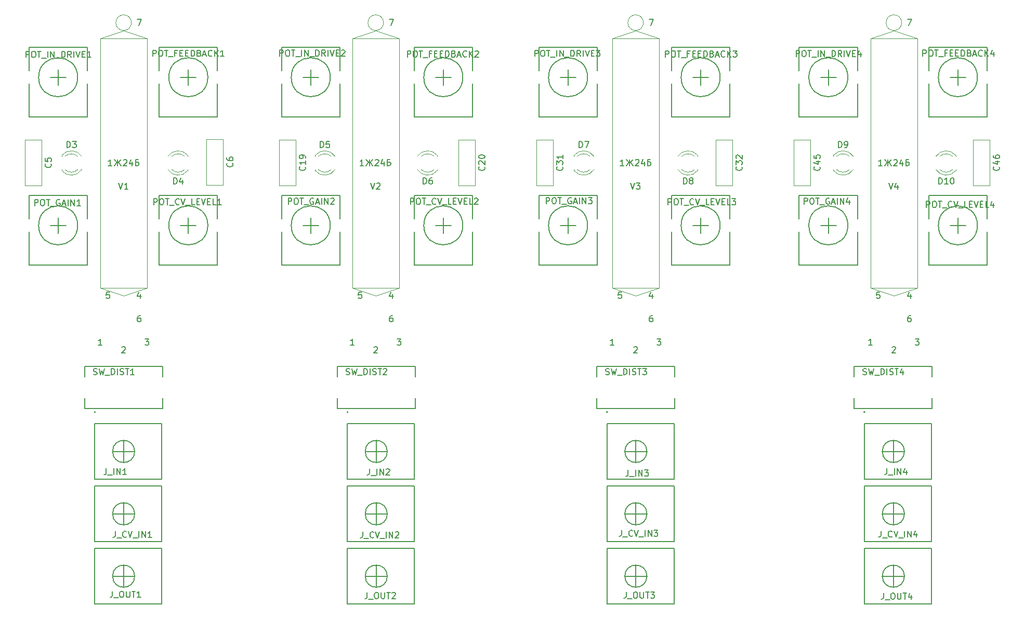
<source format=gto>
G04 #@! TF.GenerationSoftware,KiCad,Pcbnew,(5.1.6-0-10_14)*
G04 #@! TF.CreationDate,2022-01-28T11:34:31+00:00*
G04 #@! TF.ProjectId,Quad Tube VCA,51756164-2054-4756-9265-205643412e6b,rev?*
G04 #@! TF.SameCoordinates,Original*
G04 #@! TF.FileFunction,Legend,Top*
G04 #@! TF.FilePolarity,Positive*
%FSLAX46Y46*%
G04 Gerber Fmt 4.6, Leading zero omitted, Abs format (unit mm)*
G04 Created by KiCad (PCBNEW (5.1.6-0-10_14)) date 2022-01-28 11:34:31*
%MOMM*%
%LPD*%
G01*
G04 APERTURE LIST*
%ADD10C,0.150000*%
%ADD11C,0.127000*%
%ADD12C,0.200000*%
%ADD13C,0.120000*%
%ADD14C,2.875000*%
%ADD15R,2.875000X2.875000*%
%ADD16C,1.700000*%
%ADD17R,1.700000X1.700000*%
%ADD18C,1.900000*%
%ADD19R,1.900000X1.900000*%
%ADD20C,2.100000*%
%ADD21C,1.400000*%
%ADD22C,1.540000*%
%ADD23O,1.800000X1.800000*%
%ADD24R,1.800000X1.800000*%
G04 APERTURE END LIST*
D10*
X208641428Y-71572380D02*
X208070000Y-71572380D01*
X208355714Y-71572380D02*
X208355714Y-70572380D01*
X208260476Y-70715238D01*
X208165238Y-70810476D01*
X208070000Y-70858095D01*
X209450952Y-71000952D02*
X209022380Y-71572380D01*
X209593809Y-71572380D02*
X209593809Y-70572380D01*
X209593809Y-71143809D02*
X209022380Y-70572380D01*
X210165238Y-71572380D02*
X209736666Y-71000952D01*
X210165238Y-70572380D02*
X209593809Y-71143809D01*
X210546190Y-70667619D02*
X210593809Y-70620000D01*
X210689047Y-70572380D01*
X210927142Y-70572380D01*
X211022380Y-70620000D01*
X211070000Y-70667619D01*
X211117619Y-70762857D01*
X211117619Y-70858095D01*
X211070000Y-71000952D01*
X210498571Y-71572380D01*
X211117619Y-71572380D01*
X211974761Y-70905714D02*
X211974761Y-71572380D01*
X211736666Y-70524761D02*
X211498571Y-71239047D01*
X212117619Y-71239047D01*
X212974761Y-70572380D02*
X212498571Y-70572380D01*
X212498571Y-71572380D01*
X212784285Y-71572380D01*
X212927142Y-71524761D01*
X213022380Y-71429523D01*
X213070000Y-71334285D01*
X213070000Y-71191428D01*
X213022380Y-71096190D01*
X212927142Y-71000952D01*
X212784285Y-70953333D01*
X212498571Y-70953333D01*
X166571428Y-71552380D02*
X166000000Y-71552380D01*
X166285714Y-71552380D02*
X166285714Y-70552380D01*
X166190476Y-70695238D01*
X166095238Y-70790476D01*
X166000000Y-70838095D01*
X167380952Y-70980952D02*
X166952380Y-71552380D01*
X167523809Y-71552380D02*
X167523809Y-70552380D01*
X167523809Y-71123809D02*
X166952380Y-70552380D01*
X168095238Y-71552380D02*
X167666666Y-70980952D01*
X168095238Y-70552380D02*
X167523809Y-71123809D01*
X168476190Y-70647619D02*
X168523809Y-70600000D01*
X168619047Y-70552380D01*
X168857142Y-70552380D01*
X168952380Y-70600000D01*
X169000000Y-70647619D01*
X169047619Y-70742857D01*
X169047619Y-70838095D01*
X169000000Y-70980952D01*
X168428571Y-71552380D01*
X169047619Y-71552380D01*
X169904761Y-70885714D02*
X169904761Y-71552380D01*
X169666666Y-70504761D02*
X169428571Y-71219047D01*
X170047619Y-71219047D01*
X170904761Y-70552380D02*
X170428571Y-70552380D01*
X170428571Y-71552380D01*
X170714285Y-71552380D01*
X170857142Y-71504761D01*
X170952380Y-71409523D01*
X171000000Y-71314285D01*
X171000000Y-71171428D01*
X170952380Y-71076190D01*
X170857142Y-70980952D01*
X170714285Y-70933333D01*
X170428571Y-70933333D01*
X124161428Y-71562380D02*
X123590000Y-71562380D01*
X123875714Y-71562380D02*
X123875714Y-70562380D01*
X123780476Y-70705238D01*
X123685238Y-70800476D01*
X123590000Y-70848095D01*
X124970952Y-70990952D02*
X124542380Y-71562380D01*
X125113809Y-71562380D02*
X125113809Y-70562380D01*
X125113809Y-71133809D02*
X124542380Y-70562380D01*
X125685238Y-71562380D02*
X125256666Y-70990952D01*
X125685238Y-70562380D02*
X125113809Y-71133809D01*
X126066190Y-70657619D02*
X126113809Y-70610000D01*
X126209047Y-70562380D01*
X126447142Y-70562380D01*
X126542380Y-70610000D01*
X126590000Y-70657619D01*
X126637619Y-70752857D01*
X126637619Y-70848095D01*
X126590000Y-70990952D01*
X126018571Y-71562380D01*
X126637619Y-71562380D01*
X127494761Y-70895714D02*
X127494761Y-71562380D01*
X127256666Y-70514761D02*
X127018571Y-71229047D01*
X127637619Y-71229047D01*
X128494761Y-70562380D02*
X128018571Y-70562380D01*
X128018571Y-71562380D01*
X128304285Y-71562380D01*
X128447142Y-71514761D01*
X128542380Y-71419523D01*
X128590000Y-71324285D01*
X128590000Y-71181428D01*
X128542380Y-71086190D01*
X128447142Y-70990952D01*
X128304285Y-70943333D01*
X128018571Y-70943333D01*
X83161428Y-71572380D02*
X82590000Y-71572380D01*
X82875714Y-71572380D02*
X82875714Y-70572380D01*
X82780476Y-70715238D01*
X82685238Y-70810476D01*
X82590000Y-70858095D01*
X83970952Y-71000952D02*
X83542380Y-71572380D01*
X84113809Y-71572380D02*
X84113809Y-70572380D01*
X84113809Y-71143809D02*
X83542380Y-70572380D01*
X84685238Y-71572380D02*
X84256666Y-71000952D01*
X84685238Y-70572380D02*
X84113809Y-71143809D01*
X85066190Y-70667619D02*
X85113809Y-70620000D01*
X85209047Y-70572380D01*
X85447142Y-70572380D01*
X85542380Y-70620000D01*
X85590000Y-70667619D01*
X85637619Y-70762857D01*
X85637619Y-70858095D01*
X85590000Y-71000952D01*
X85018571Y-71572380D01*
X85637619Y-71572380D01*
X86494761Y-70905714D02*
X86494761Y-71572380D01*
X86256666Y-70524761D02*
X86018571Y-71239047D01*
X86637619Y-71239047D01*
X87494761Y-70572380D02*
X87018571Y-70572380D01*
X87018571Y-71572380D01*
X87304285Y-71572380D01*
X87447142Y-71524761D01*
X87542380Y-71429523D01*
X87590000Y-71334285D01*
X87590000Y-71191428D01*
X87542380Y-71096190D01*
X87447142Y-71000952D01*
X87304285Y-70953333D01*
X87018571Y-70953333D01*
D11*
X78740000Y-104272500D02*
X91440000Y-104272500D01*
X91440000Y-104272500D02*
X91440000Y-105992500D01*
X91440000Y-109412500D02*
X91440000Y-111132500D01*
X91440000Y-111132500D02*
X78740000Y-111132500D01*
X78740000Y-104272500D02*
X78740000Y-105992500D01*
X78740000Y-109412500D02*
X78740000Y-111132500D01*
D12*
X80490000Y-111702500D02*
G75*
G03*
X80490000Y-111702500I-100000J0D01*
G01*
D11*
X119888000Y-104272500D02*
X132588000Y-104272500D01*
X132588000Y-104272500D02*
X132588000Y-105992500D01*
X132588000Y-109412500D02*
X132588000Y-111132500D01*
X132588000Y-111132500D02*
X119888000Y-111132500D01*
X119888000Y-104272500D02*
X119888000Y-105992500D01*
X119888000Y-109412500D02*
X119888000Y-111132500D01*
D12*
X121638000Y-111702500D02*
G75*
G03*
X121638000Y-111702500I-100000J0D01*
G01*
D11*
X162179000Y-104272500D02*
X174879000Y-104272500D01*
X174879000Y-104272500D02*
X174879000Y-105992500D01*
X174879000Y-109412500D02*
X174879000Y-111132500D01*
X174879000Y-111132500D02*
X162179000Y-111132500D01*
X162179000Y-104272500D02*
X162179000Y-105992500D01*
X162179000Y-109412500D02*
X162179000Y-111132500D01*
D12*
X163929000Y-111702500D02*
G75*
G03*
X163929000Y-111702500I-100000J0D01*
G01*
D11*
X204089000Y-104272500D02*
X216789000Y-104272500D01*
X216789000Y-104272500D02*
X216789000Y-105992500D01*
X216789000Y-109412500D02*
X216789000Y-111132500D01*
X216789000Y-111132500D02*
X204089000Y-111132500D01*
X204089000Y-104272500D02*
X204089000Y-105992500D01*
X204089000Y-109412500D02*
X204089000Y-111132500D01*
D12*
X205839000Y-111702500D02*
G75*
G03*
X205839000Y-111702500I-100000J0D01*
G01*
D13*
X126153333Y-92710000D02*
X129963333Y-91440000D01*
X122343333Y-91440000D02*
X126153333Y-92710000D01*
X129963333Y-50800000D02*
X126153333Y-49530000D01*
X122343333Y-50800000D02*
X126153333Y-49530000D01*
X127423333Y-48260000D02*
G75*
G03*
X127423333Y-48260000I-1270000J0D01*
G01*
X122343333Y-50800000D02*
X122343333Y-91440000D01*
X123613333Y-50800000D02*
X122343333Y-50800000D01*
X129963333Y-50800000D02*
X123613333Y-50800000D01*
X129963333Y-91440000D02*
X129963333Y-50800000D01*
X122343333Y-91440000D02*
X129963333Y-91440000D01*
X85090000Y-92710000D02*
X88900000Y-91440000D01*
X81280000Y-91440000D02*
X85090000Y-92710000D01*
X88900000Y-50800000D02*
X85090000Y-49530000D01*
X81280000Y-50800000D02*
X85090000Y-49530000D01*
X86360000Y-48260000D02*
G75*
G03*
X86360000Y-48260000I-1270000J0D01*
G01*
X81280000Y-50800000D02*
X81280000Y-91440000D01*
X82550000Y-50800000D02*
X81280000Y-50800000D01*
X88900000Y-50800000D02*
X82550000Y-50800000D01*
X88900000Y-91440000D02*
X88900000Y-50800000D01*
X81280000Y-91440000D02*
X88900000Y-91440000D01*
X210550000Y-92710000D02*
X214360000Y-91440000D01*
X206740000Y-91440000D02*
X210550000Y-92710000D01*
X214360000Y-50800000D02*
X210550000Y-49530000D01*
X206740000Y-50800000D02*
X210550000Y-49530000D01*
X211820000Y-48260000D02*
G75*
G03*
X211820000Y-48260000I-1270000J0D01*
G01*
X206740000Y-50800000D02*
X206740000Y-91440000D01*
X208010000Y-50800000D02*
X206740000Y-50800000D01*
X214360000Y-50800000D02*
X208010000Y-50800000D01*
X214360000Y-91440000D02*
X214360000Y-50800000D01*
X206740000Y-91440000D02*
X214360000Y-91440000D01*
X168486666Y-92710000D02*
X172296666Y-91440000D01*
X164676666Y-91440000D02*
X168486666Y-92710000D01*
X172296666Y-50800000D02*
X168486666Y-49530000D01*
X164676666Y-50800000D02*
X168486666Y-49530000D01*
X169756666Y-48260000D02*
G75*
G03*
X169756666Y-48260000I-1270000J0D01*
G01*
X164676666Y-50800000D02*
X164676666Y-91440000D01*
X165946666Y-50800000D02*
X164676666Y-50800000D01*
X172296666Y-50800000D02*
X165946666Y-50800000D01*
X172296666Y-91440000D02*
X172296666Y-50800000D01*
X164676666Y-91440000D02*
X172296666Y-91440000D01*
D10*
X198610000Y-57150000D02*
X201150000Y-57150000D01*
X199880000Y-55880000D02*
X199880000Y-58420000D01*
X203055000Y-57150000D02*
G75*
G03*
X203055000Y-57150000I-3175000J0D01*
G01*
X195130000Y-52300000D02*
X195130000Y-63650000D01*
X204630000Y-52300000D02*
X204630000Y-63650000D01*
X195130000Y-63650000D02*
X204630000Y-63650000D01*
X195130000Y-52300000D02*
X204630000Y-52300000D01*
X156210000Y-57150000D02*
X158750000Y-57150000D01*
X157480000Y-55880000D02*
X157480000Y-58420000D01*
X160655000Y-57150000D02*
G75*
G03*
X160655000Y-57150000I-3175000J0D01*
G01*
X152730000Y-52300000D02*
X152730000Y-63650000D01*
X162230000Y-52300000D02*
X162230000Y-63650000D01*
X152730000Y-63650000D02*
X162230000Y-63650000D01*
X152730000Y-52300000D02*
X162230000Y-52300000D01*
X114300000Y-57150000D02*
X116840000Y-57150000D01*
X115570000Y-55880000D02*
X115570000Y-58420000D01*
X118745000Y-57150000D02*
G75*
G03*
X118745000Y-57150000I-3175000J0D01*
G01*
X110820000Y-52300000D02*
X110820000Y-63650000D01*
X120320000Y-52300000D02*
X120320000Y-63650000D01*
X110820000Y-63650000D02*
X120320000Y-63650000D01*
X110820000Y-52300000D02*
X120320000Y-52300000D01*
X73152000Y-57150000D02*
X75692000Y-57150000D01*
X74422000Y-55880000D02*
X74422000Y-58420000D01*
X77597000Y-57150000D02*
G75*
G03*
X77597000Y-57150000I-3175000J0D01*
G01*
X69672000Y-52300000D02*
X69672000Y-63650000D01*
X79172000Y-52300000D02*
X79172000Y-63650000D01*
X69672000Y-63650000D02*
X79172000Y-63650000D01*
X69672000Y-52300000D02*
X79172000Y-52300000D01*
X198610000Y-81280000D02*
X201150000Y-81280000D01*
X199880000Y-80010000D02*
X199880000Y-82550000D01*
X203055000Y-81280000D02*
G75*
G03*
X203055000Y-81280000I-3175000J0D01*
G01*
X195130000Y-76430000D02*
X195130000Y-87780000D01*
X204630000Y-76430000D02*
X204630000Y-87780000D01*
X195130000Y-87780000D02*
X204630000Y-87780000D01*
X195130000Y-76430000D02*
X204630000Y-76430000D01*
X156210000Y-81280000D02*
X158750000Y-81280000D01*
X157480000Y-80010000D02*
X157480000Y-82550000D01*
X160655000Y-81280000D02*
G75*
G03*
X160655000Y-81280000I-3175000J0D01*
G01*
X152730000Y-76430000D02*
X152730000Y-87780000D01*
X162230000Y-76430000D02*
X162230000Y-87780000D01*
X152730000Y-87780000D02*
X162230000Y-87780000D01*
X152730000Y-76430000D02*
X162230000Y-76430000D01*
X114300000Y-81280000D02*
X116840000Y-81280000D01*
X115570000Y-80010000D02*
X115570000Y-82550000D01*
X118745000Y-81280000D02*
G75*
G03*
X118745000Y-81280000I-3175000J0D01*
G01*
X110820000Y-76430000D02*
X110820000Y-87780000D01*
X120320000Y-76430000D02*
X120320000Y-87780000D01*
X110820000Y-87780000D02*
X120320000Y-87780000D01*
X110820000Y-76430000D02*
X120320000Y-76430000D01*
X73152000Y-81280000D02*
X75692000Y-81280000D01*
X74422000Y-80010000D02*
X74422000Y-82550000D01*
X77597000Y-81280000D02*
G75*
G03*
X77597000Y-81280000I-3175000J0D01*
G01*
X69672000Y-76430000D02*
X69672000Y-87780000D01*
X79172000Y-76430000D02*
X79172000Y-87780000D01*
X69672000Y-87780000D02*
X79172000Y-87780000D01*
X69672000Y-76430000D02*
X79172000Y-76430000D01*
X219710000Y-57150000D02*
X222250000Y-57150000D01*
X220980000Y-55880000D02*
X220980000Y-58420000D01*
X224155000Y-57150000D02*
G75*
G03*
X224155000Y-57150000I-3175000J0D01*
G01*
X216230000Y-52300000D02*
X216230000Y-63650000D01*
X225730000Y-52300000D02*
X225730000Y-63650000D01*
X216230000Y-63650000D02*
X225730000Y-63650000D01*
X216230000Y-52300000D02*
X225730000Y-52300000D01*
X177800000Y-57150000D02*
X180340000Y-57150000D01*
X179070000Y-55880000D02*
X179070000Y-58420000D01*
X182245000Y-57150000D02*
G75*
G03*
X182245000Y-57150000I-3175000J0D01*
G01*
X174320000Y-52300000D02*
X174320000Y-63650000D01*
X183820000Y-52300000D02*
X183820000Y-63650000D01*
X174320000Y-63650000D02*
X183820000Y-63650000D01*
X174320000Y-52300000D02*
X183820000Y-52300000D01*
X135890000Y-57150000D02*
X138430000Y-57150000D01*
X137160000Y-55880000D02*
X137160000Y-58420000D01*
X140335000Y-57150000D02*
G75*
G03*
X140335000Y-57150000I-3175000J0D01*
G01*
X132410000Y-52300000D02*
X132410000Y-63650000D01*
X141910000Y-52300000D02*
X141910000Y-63650000D01*
X132410000Y-63650000D02*
X141910000Y-63650000D01*
X132410000Y-52300000D02*
X141910000Y-52300000D01*
X94361000Y-57150000D02*
X96901000Y-57150000D01*
X95631000Y-55880000D02*
X95631000Y-58420000D01*
X98806000Y-57150000D02*
G75*
G03*
X98806000Y-57150000I-3175000J0D01*
G01*
X90881000Y-52300000D02*
X90881000Y-63650000D01*
X100381000Y-52300000D02*
X100381000Y-63650000D01*
X90881000Y-63650000D02*
X100381000Y-63650000D01*
X90881000Y-52300000D02*
X100381000Y-52300000D01*
X219710000Y-81280000D02*
X222250000Y-81280000D01*
X220980000Y-80010000D02*
X220980000Y-82550000D01*
X224155000Y-81280000D02*
G75*
G03*
X224155000Y-81280000I-3175000J0D01*
G01*
X216230000Y-76430000D02*
X216230000Y-87780000D01*
X225730000Y-76430000D02*
X225730000Y-87780000D01*
X216230000Y-87780000D02*
X225730000Y-87780000D01*
X216230000Y-76430000D02*
X225730000Y-76430000D01*
X177800000Y-81280000D02*
X180340000Y-81280000D01*
X179070000Y-80010000D02*
X179070000Y-82550000D01*
X182245000Y-81280000D02*
G75*
G03*
X182245000Y-81280000I-3175000J0D01*
G01*
X174320000Y-76430000D02*
X174320000Y-87780000D01*
X183820000Y-76430000D02*
X183820000Y-87780000D01*
X174320000Y-87780000D02*
X183820000Y-87780000D01*
X174320000Y-76430000D02*
X183820000Y-76430000D01*
X135890000Y-81280000D02*
X138430000Y-81280000D01*
X137160000Y-80010000D02*
X137160000Y-82550000D01*
X140335000Y-81280000D02*
G75*
G03*
X140335000Y-81280000I-3175000J0D01*
G01*
X132410000Y-76430000D02*
X132410000Y-87780000D01*
X141910000Y-76430000D02*
X141910000Y-87780000D01*
X132410000Y-87780000D02*
X141910000Y-87780000D01*
X132410000Y-76430000D02*
X141910000Y-76430000D01*
X94361000Y-81280000D02*
X96901000Y-81280000D01*
X95631000Y-80010000D02*
X95631000Y-82550000D01*
X98806000Y-81280000D02*
G75*
G03*
X98806000Y-81280000I-3175000J0D01*
G01*
X90881000Y-76430000D02*
X90881000Y-87780000D01*
X100381000Y-76430000D02*
X100381000Y-87780000D01*
X90881000Y-87780000D02*
X100381000Y-87780000D01*
X90881000Y-76430000D02*
X100381000Y-76430000D01*
X210469000Y-136630000D02*
X210469000Y-140230000D01*
X212269000Y-138430000D02*
X208669000Y-138430000D01*
X212269000Y-138430000D02*
G75*
G03*
X212269000Y-138430000I-1800000J0D01*
G01*
X216669000Y-142930000D02*
X205769000Y-142930000D01*
X216669000Y-133930000D02*
X205769000Y-133930000D01*
X205769000Y-133930000D02*
X205769000Y-142930000D01*
X216669000Y-133930000D02*
X216669000Y-142930000D01*
X168529000Y-136630000D02*
X168529000Y-140230000D01*
X170329000Y-138430000D02*
X166729000Y-138430000D01*
X170329000Y-138430000D02*
G75*
G03*
X170329000Y-138430000I-1800000J0D01*
G01*
X174729000Y-142930000D02*
X163829000Y-142930000D01*
X174729000Y-133930000D02*
X163829000Y-133930000D01*
X163829000Y-133930000D02*
X163829000Y-142930000D01*
X174729000Y-133930000D02*
X174729000Y-142930000D01*
X126238000Y-136630000D02*
X126238000Y-140230000D01*
X128038000Y-138430000D02*
X124438000Y-138430000D01*
X128038000Y-138430000D02*
G75*
G03*
X128038000Y-138430000I-1800000J0D01*
G01*
X132438000Y-142930000D02*
X121538000Y-142930000D01*
X132438000Y-133930000D02*
X121538000Y-133930000D01*
X121538000Y-133930000D02*
X121538000Y-142930000D01*
X132438000Y-133930000D02*
X132438000Y-142930000D01*
X85090000Y-136630000D02*
X85090000Y-140230000D01*
X86890000Y-138430000D02*
X83290000Y-138430000D01*
X86890000Y-138430000D02*
G75*
G03*
X86890000Y-138430000I-1800000J0D01*
G01*
X91290000Y-142930000D02*
X80390000Y-142930000D01*
X91290000Y-133930000D02*
X80390000Y-133930000D01*
X80390000Y-133930000D02*
X80390000Y-142930000D01*
X91290000Y-133930000D02*
X91290000Y-142930000D01*
X210469000Y-116310000D02*
X210469000Y-119910000D01*
X212269000Y-118110000D02*
X208669000Y-118110000D01*
X212269000Y-118110000D02*
G75*
G03*
X212269000Y-118110000I-1800000J0D01*
G01*
X216669000Y-122610000D02*
X205769000Y-122610000D01*
X216669000Y-113610000D02*
X205769000Y-113610000D01*
X205769000Y-113610000D02*
X205769000Y-122610000D01*
X216669000Y-113610000D02*
X216669000Y-122610000D01*
X168529000Y-116310000D02*
X168529000Y-119910000D01*
X170329000Y-118110000D02*
X166729000Y-118110000D01*
X170329000Y-118110000D02*
G75*
G03*
X170329000Y-118110000I-1800000J0D01*
G01*
X174729000Y-122610000D02*
X163829000Y-122610000D01*
X174729000Y-113610000D02*
X163829000Y-113610000D01*
X163829000Y-113610000D02*
X163829000Y-122610000D01*
X174729000Y-113610000D02*
X174729000Y-122610000D01*
X126238000Y-116310000D02*
X126238000Y-119910000D01*
X128038000Y-118110000D02*
X124438000Y-118110000D01*
X128038000Y-118110000D02*
G75*
G03*
X128038000Y-118110000I-1800000J0D01*
G01*
X132438000Y-122610000D02*
X121538000Y-122610000D01*
X132438000Y-113610000D02*
X121538000Y-113610000D01*
X121538000Y-113610000D02*
X121538000Y-122610000D01*
X132438000Y-113610000D02*
X132438000Y-122610000D01*
X85090000Y-116310000D02*
X85090000Y-119910000D01*
X86890000Y-118110000D02*
X83290000Y-118110000D01*
X86890000Y-118110000D02*
G75*
G03*
X86890000Y-118110000I-1800000J0D01*
G01*
X91290000Y-122610000D02*
X80390000Y-122610000D01*
X91290000Y-113610000D02*
X80390000Y-113610000D01*
X80390000Y-113610000D02*
X80390000Y-122610000D01*
X91290000Y-113610000D02*
X91290000Y-122610000D01*
X210469000Y-126470000D02*
X210469000Y-130070000D01*
X212269000Y-128270000D02*
X208669000Y-128270000D01*
X212269000Y-128270000D02*
G75*
G03*
X212269000Y-128270000I-1800000J0D01*
G01*
X216669000Y-132770000D02*
X205769000Y-132770000D01*
X216669000Y-123770000D02*
X205769000Y-123770000D01*
X205769000Y-123770000D02*
X205769000Y-132770000D01*
X216669000Y-123770000D02*
X216669000Y-132770000D01*
X168529000Y-126470000D02*
X168529000Y-130070000D01*
X170329000Y-128270000D02*
X166729000Y-128270000D01*
X170329000Y-128270000D02*
G75*
G03*
X170329000Y-128270000I-1800000J0D01*
G01*
X174729000Y-132770000D02*
X163829000Y-132770000D01*
X174729000Y-123770000D02*
X163829000Y-123770000D01*
X163829000Y-123770000D02*
X163829000Y-132770000D01*
X174729000Y-123770000D02*
X174729000Y-132770000D01*
X126238000Y-126470000D02*
X126238000Y-130070000D01*
X128038000Y-128270000D02*
X124438000Y-128270000D01*
X128038000Y-128270000D02*
G75*
G03*
X128038000Y-128270000I-1800000J0D01*
G01*
X132438000Y-132770000D02*
X121538000Y-132770000D01*
X132438000Y-123770000D02*
X121538000Y-123770000D01*
X121538000Y-123770000D02*
X121538000Y-132770000D01*
X132438000Y-123770000D02*
X132438000Y-132770000D01*
X85090000Y-126470000D02*
X85090000Y-130070000D01*
X86890000Y-128270000D02*
X83290000Y-128270000D01*
X86890000Y-128270000D02*
G75*
G03*
X86890000Y-128270000I-1800000J0D01*
G01*
X91290000Y-132770000D02*
X80390000Y-132770000D01*
X91290000Y-123770000D02*
X80390000Y-123770000D01*
X80390000Y-123770000D02*
X80390000Y-132770000D01*
X91290000Y-123770000D02*
X91290000Y-132770000D01*
D13*
X220635000Y-72356000D02*
X220635000Y-72200000D01*
X220635000Y-70040000D02*
X220635000Y-69884000D01*
X218033870Y-70040163D02*
G75*
G02*
X220115961Y-70040000I1041130J-1079837D01*
G01*
X218033870Y-72199837D02*
G75*
G03*
X220115961Y-72200000I1041130J1079837D01*
G01*
X217402665Y-70041392D02*
G75*
G02*
X220635000Y-69884484I1672335J-1078608D01*
G01*
X217402665Y-72198608D02*
G75*
G03*
X220635000Y-72355516I1672335J1078608D01*
G01*
X200706000Y-69884000D02*
X200706000Y-70040000D01*
X200706000Y-72200000D02*
X200706000Y-72356000D01*
X203307130Y-72199837D02*
G75*
G02*
X201225039Y-72200000I-1041130J1079837D01*
G01*
X203307130Y-70040163D02*
G75*
G03*
X201225039Y-70040000I-1041130J-1079837D01*
G01*
X203938335Y-72198608D02*
G75*
G02*
X200706000Y-72355516I-1672335J1078608D01*
G01*
X203938335Y-70041392D02*
G75*
G03*
X200706000Y-69884484I-1672335J-1078608D01*
G01*
X178598000Y-72356000D02*
X178598000Y-72200000D01*
X178598000Y-70040000D02*
X178598000Y-69884000D01*
X175996870Y-70040163D02*
G75*
G02*
X178078961Y-70040000I1041130J-1079837D01*
G01*
X175996870Y-72199837D02*
G75*
G03*
X178078961Y-72200000I1041130J1079837D01*
G01*
X175365665Y-70041392D02*
G75*
G02*
X178598000Y-69884484I1672335J-1078608D01*
G01*
X175365665Y-72198608D02*
G75*
G03*
X178598000Y-72355516I1672335J1078608D01*
G01*
X158460000Y-69884000D02*
X158460000Y-70040000D01*
X158460000Y-72200000D02*
X158460000Y-72356000D01*
X161061130Y-72199837D02*
G75*
G02*
X158979039Y-72200000I-1041130J1079837D01*
G01*
X161061130Y-70040163D02*
G75*
G03*
X158979039Y-70040000I-1041130J-1079837D01*
G01*
X161692335Y-72198608D02*
G75*
G02*
X158460000Y-72355516I-1672335J1078608D01*
G01*
X161692335Y-70041392D02*
G75*
G03*
X158460000Y-69884484I-1672335J-1078608D01*
G01*
X136180000Y-72356000D02*
X136180000Y-72200000D01*
X136180000Y-70040000D02*
X136180000Y-69884000D01*
X133578870Y-70040163D02*
G75*
G02*
X135660961Y-70040000I1041130J-1079837D01*
G01*
X133578870Y-72199837D02*
G75*
G03*
X135660961Y-72200000I1041130J1079837D01*
G01*
X132947665Y-70041392D02*
G75*
G02*
X136180000Y-69884484I1672335J-1078608D01*
G01*
X132947665Y-72198608D02*
G75*
G03*
X136180000Y-72355516I1672335J1078608D01*
G01*
X116296000Y-69884000D02*
X116296000Y-70040000D01*
X116296000Y-72200000D02*
X116296000Y-72356000D01*
X118897130Y-72199837D02*
G75*
G02*
X116815039Y-72200000I-1041130J1079837D01*
G01*
X118897130Y-70040163D02*
G75*
G03*
X116815039Y-70040000I-1041130J-1079837D01*
G01*
X119528335Y-72198608D02*
G75*
G02*
X116296000Y-72355516I-1672335J1078608D01*
G01*
X119528335Y-70041392D02*
G75*
G03*
X116296000Y-69884484I-1672335J-1078608D01*
G01*
X95540000Y-72356000D02*
X95540000Y-72200000D01*
X95540000Y-70040000D02*
X95540000Y-69884000D01*
X92938870Y-70040163D02*
G75*
G02*
X95020961Y-70040000I1041130J-1079837D01*
G01*
X92938870Y-72199837D02*
G75*
G03*
X95020961Y-72200000I1041130J1079837D01*
G01*
X92307665Y-70041392D02*
G75*
G02*
X95540000Y-69884484I1672335J-1078608D01*
G01*
X92307665Y-72198608D02*
G75*
G03*
X95540000Y-72355516I1672335J1078608D01*
G01*
X75021000Y-69884000D02*
X75021000Y-70040000D01*
X75021000Y-72200000D02*
X75021000Y-72356000D01*
X77622130Y-72199837D02*
G75*
G02*
X75540039Y-72200000I-1041130J1079837D01*
G01*
X77622130Y-70040163D02*
G75*
G03*
X75540039Y-70040000I-1041130J-1079837D01*
G01*
X78253335Y-72198608D02*
G75*
G02*
X75021000Y-72355516I-1672335J1078608D01*
G01*
X78253335Y-70041392D02*
G75*
G03*
X75021000Y-69884484I-1672335J-1078608D01*
G01*
X226160000Y-67360000D02*
X226160000Y-74800000D01*
X223420000Y-67360000D02*
X223420000Y-74800000D01*
X226160000Y-67360000D02*
X223420000Y-67360000D01*
X226160000Y-74800000D02*
X223420000Y-74800000D01*
X196950000Y-67360000D02*
X196950000Y-74800000D01*
X194210000Y-67360000D02*
X194210000Y-74800000D01*
X196950000Y-67360000D02*
X194210000Y-67360000D01*
X196950000Y-74800000D02*
X194210000Y-74800000D01*
X184250000Y-67360000D02*
X184250000Y-74800000D01*
X181510000Y-67360000D02*
X181510000Y-74800000D01*
X184250000Y-67360000D02*
X181510000Y-67360000D01*
X184250000Y-74800000D02*
X181510000Y-74800000D01*
X155040000Y-67360000D02*
X155040000Y-74800000D01*
X152300000Y-67360000D02*
X152300000Y-74800000D01*
X155040000Y-67360000D02*
X152300000Y-67360000D01*
X155040000Y-74800000D02*
X152300000Y-74800000D01*
X142340000Y-67360000D02*
X142340000Y-74800000D01*
X139600000Y-67360000D02*
X139600000Y-74800000D01*
X142340000Y-67360000D02*
X139600000Y-67360000D01*
X142340000Y-74800000D02*
X139600000Y-74800000D01*
X113130000Y-67360000D02*
X113130000Y-74800000D01*
X110390000Y-67360000D02*
X110390000Y-74800000D01*
X113130000Y-67360000D02*
X110390000Y-67360000D01*
X113130000Y-74800000D02*
X110390000Y-74800000D01*
X101319000Y-67233000D02*
X101319000Y-74673000D01*
X98579000Y-67233000D02*
X98579000Y-74673000D01*
X101319000Y-67233000D02*
X98579000Y-67233000D01*
X101319000Y-74673000D02*
X98579000Y-74673000D01*
X71728000Y-67360000D02*
X71728000Y-74800000D01*
X68988000Y-67360000D02*
X68988000Y-74800000D01*
X71728000Y-67360000D02*
X68988000Y-67360000D01*
X71728000Y-74800000D02*
X68988000Y-74800000D01*
D10*
X80180476Y-105567261D02*
X80323333Y-105614880D01*
X80561428Y-105614880D01*
X80656666Y-105567261D01*
X80704285Y-105519642D01*
X80751904Y-105424404D01*
X80751904Y-105329166D01*
X80704285Y-105233928D01*
X80656666Y-105186309D01*
X80561428Y-105138690D01*
X80370952Y-105091071D01*
X80275714Y-105043452D01*
X80228095Y-104995833D01*
X80180476Y-104900595D01*
X80180476Y-104805357D01*
X80228095Y-104710119D01*
X80275714Y-104662500D01*
X80370952Y-104614880D01*
X80609047Y-104614880D01*
X80751904Y-104662500D01*
X81085238Y-104614880D02*
X81323333Y-105614880D01*
X81513809Y-104900595D01*
X81704285Y-105614880D01*
X81942380Y-104614880D01*
X82085238Y-105710119D02*
X82847142Y-105710119D01*
X83085238Y-105614880D02*
X83085238Y-104614880D01*
X83323333Y-104614880D01*
X83466190Y-104662500D01*
X83561428Y-104757738D01*
X83609047Y-104852976D01*
X83656666Y-105043452D01*
X83656666Y-105186309D01*
X83609047Y-105376785D01*
X83561428Y-105472023D01*
X83466190Y-105567261D01*
X83323333Y-105614880D01*
X83085238Y-105614880D01*
X84085238Y-105614880D02*
X84085238Y-104614880D01*
X84513809Y-105567261D02*
X84656666Y-105614880D01*
X84894761Y-105614880D01*
X84990000Y-105567261D01*
X85037619Y-105519642D01*
X85085238Y-105424404D01*
X85085238Y-105329166D01*
X85037619Y-105233928D01*
X84990000Y-105186309D01*
X84894761Y-105138690D01*
X84704285Y-105091071D01*
X84609047Y-105043452D01*
X84561428Y-104995833D01*
X84513809Y-104900595D01*
X84513809Y-104805357D01*
X84561428Y-104710119D01*
X84609047Y-104662500D01*
X84704285Y-104614880D01*
X84942380Y-104614880D01*
X85085238Y-104662500D01*
X85370952Y-104614880D02*
X85942380Y-104614880D01*
X85656666Y-105614880D02*
X85656666Y-104614880D01*
X86799523Y-105614880D02*
X86228095Y-105614880D01*
X86513809Y-105614880D02*
X86513809Y-104614880D01*
X86418571Y-104757738D01*
X86323333Y-104852976D01*
X86228095Y-104900595D01*
X121328476Y-105567261D02*
X121471333Y-105614880D01*
X121709428Y-105614880D01*
X121804666Y-105567261D01*
X121852285Y-105519642D01*
X121899904Y-105424404D01*
X121899904Y-105329166D01*
X121852285Y-105233928D01*
X121804666Y-105186309D01*
X121709428Y-105138690D01*
X121518952Y-105091071D01*
X121423714Y-105043452D01*
X121376095Y-104995833D01*
X121328476Y-104900595D01*
X121328476Y-104805357D01*
X121376095Y-104710119D01*
X121423714Y-104662500D01*
X121518952Y-104614880D01*
X121757047Y-104614880D01*
X121899904Y-104662500D01*
X122233238Y-104614880D02*
X122471333Y-105614880D01*
X122661809Y-104900595D01*
X122852285Y-105614880D01*
X123090380Y-104614880D01*
X123233238Y-105710119D02*
X123995142Y-105710119D01*
X124233238Y-105614880D02*
X124233238Y-104614880D01*
X124471333Y-104614880D01*
X124614190Y-104662500D01*
X124709428Y-104757738D01*
X124757047Y-104852976D01*
X124804666Y-105043452D01*
X124804666Y-105186309D01*
X124757047Y-105376785D01*
X124709428Y-105472023D01*
X124614190Y-105567261D01*
X124471333Y-105614880D01*
X124233238Y-105614880D01*
X125233238Y-105614880D02*
X125233238Y-104614880D01*
X125661809Y-105567261D02*
X125804666Y-105614880D01*
X126042761Y-105614880D01*
X126138000Y-105567261D01*
X126185619Y-105519642D01*
X126233238Y-105424404D01*
X126233238Y-105329166D01*
X126185619Y-105233928D01*
X126138000Y-105186309D01*
X126042761Y-105138690D01*
X125852285Y-105091071D01*
X125757047Y-105043452D01*
X125709428Y-104995833D01*
X125661809Y-104900595D01*
X125661809Y-104805357D01*
X125709428Y-104710119D01*
X125757047Y-104662500D01*
X125852285Y-104614880D01*
X126090380Y-104614880D01*
X126233238Y-104662500D01*
X126518952Y-104614880D02*
X127090380Y-104614880D01*
X126804666Y-105614880D02*
X126804666Y-104614880D01*
X127376095Y-104710119D02*
X127423714Y-104662500D01*
X127518952Y-104614880D01*
X127757047Y-104614880D01*
X127852285Y-104662500D01*
X127899904Y-104710119D01*
X127947523Y-104805357D01*
X127947523Y-104900595D01*
X127899904Y-105043452D01*
X127328476Y-105614880D01*
X127947523Y-105614880D01*
X163619476Y-105567261D02*
X163762333Y-105614880D01*
X164000428Y-105614880D01*
X164095666Y-105567261D01*
X164143285Y-105519642D01*
X164190904Y-105424404D01*
X164190904Y-105329166D01*
X164143285Y-105233928D01*
X164095666Y-105186309D01*
X164000428Y-105138690D01*
X163809952Y-105091071D01*
X163714714Y-105043452D01*
X163667095Y-104995833D01*
X163619476Y-104900595D01*
X163619476Y-104805357D01*
X163667095Y-104710119D01*
X163714714Y-104662500D01*
X163809952Y-104614880D01*
X164048047Y-104614880D01*
X164190904Y-104662500D01*
X164524238Y-104614880D02*
X164762333Y-105614880D01*
X164952809Y-104900595D01*
X165143285Y-105614880D01*
X165381380Y-104614880D01*
X165524238Y-105710119D02*
X166286142Y-105710119D01*
X166524238Y-105614880D02*
X166524238Y-104614880D01*
X166762333Y-104614880D01*
X166905190Y-104662500D01*
X167000428Y-104757738D01*
X167048047Y-104852976D01*
X167095666Y-105043452D01*
X167095666Y-105186309D01*
X167048047Y-105376785D01*
X167000428Y-105472023D01*
X166905190Y-105567261D01*
X166762333Y-105614880D01*
X166524238Y-105614880D01*
X167524238Y-105614880D02*
X167524238Y-104614880D01*
X167952809Y-105567261D02*
X168095666Y-105614880D01*
X168333761Y-105614880D01*
X168429000Y-105567261D01*
X168476619Y-105519642D01*
X168524238Y-105424404D01*
X168524238Y-105329166D01*
X168476619Y-105233928D01*
X168429000Y-105186309D01*
X168333761Y-105138690D01*
X168143285Y-105091071D01*
X168048047Y-105043452D01*
X168000428Y-104995833D01*
X167952809Y-104900595D01*
X167952809Y-104805357D01*
X168000428Y-104710119D01*
X168048047Y-104662500D01*
X168143285Y-104614880D01*
X168381380Y-104614880D01*
X168524238Y-104662500D01*
X168809952Y-104614880D02*
X169381380Y-104614880D01*
X169095666Y-105614880D02*
X169095666Y-104614880D01*
X169619476Y-104614880D02*
X170238523Y-104614880D01*
X169905190Y-104995833D01*
X170048047Y-104995833D01*
X170143285Y-105043452D01*
X170190904Y-105091071D01*
X170238523Y-105186309D01*
X170238523Y-105424404D01*
X170190904Y-105519642D01*
X170143285Y-105567261D01*
X170048047Y-105614880D01*
X169762333Y-105614880D01*
X169667095Y-105567261D01*
X169619476Y-105519642D01*
X205529476Y-105567261D02*
X205672333Y-105614880D01*
X205910428Y-105614880D01*
X206005666Y-105567261D01*
X206053285Y-105519642D01*
X206100904Y-105424404D01*
X206100904Y-105329166D01*
X206053285Y-105233928D01*
X206005666Y-105186309D01*
X205910428Y-105138690D01*
X205719952Y-105091071D01*
X205624714Y-105043452D01*
X205577095Y-104995833D01*
X205529476Y-104900595D01*
X205529476Y-104805357D01*
X205577095Y-104710119D01*
X205624714Y-104662500D01*
X205719952Y-104614880D01*
X205958047Y-104614880D01*
X206100904Y-104662500D01*
X206434238Y-104614880D02*
X206672333Y-105614880D01*
X206862809Y-104900595D01*
X207053285Y-105614880D01*
X207291380Y-104614880D01*
X207434238Y-105710119D02*
X208196142Y-105710119D01*
X208434238Y-105614880D02*
X208434238Y-104614880D01*
X208672333Y-104614880D01*
X208815190Y-104662500D01*
X208910428Y-104757738D01*
X208958047Y-104852976D01*
X209005666Y-105043452D01*
X209005666Y-105186309D01*
X208958047Y-105376785D01*
X208910428Y-105472023D01*
X208815190Y-105567261D01*
X208672333Y-105614880D01*
X208434238Y-105614880D01*
X209434238Y-105614880D02*
X209434238Y-104614880D01*
X209862809Y-105567261D02*
X210005666Y-105614880D01*
X210243761Y-105614880D01*
X210339000Y-105567261D01*
X210386619Y-105519642D01*
X210434238Y-105424404D01*
X210434238Y-105329166D01*
X210386619Y-105233928D01*
X210339000Y-105186309D01*
X210243761Y-105138690D01*
X210053285Y-105091071D01*
X209958047Y-105043452D01*
X209910428Y-104995833D01*
X209862809Y-104900595D01*
X209862809Y-104805357D01*
X209910428Y-104710119D01*
X209958047Y-104662500D01*
X210053285Y-104614880D01*
X210291380Y-104614880D01*
X210434238Y-104662500D01*
X210719952Y-104614880D02*
X211291380Y-104614880D01*
X211005666Y-105614880D02*
X211005666Y-104614880D01*
X212053285Y-104948214D02*
X212053285Y-105614880D01*
X211815190Y-104567261D02*
X211577095Y-105281547D01*
X212196142Y-105281547D01*
X125343809Y-74382380D02*
X125677142Y-75382380D01*
X126010475Y-74382380D01*
X126296190Y-74477619D02*
X126343809Y-74430000D01*
X126439047Y-74382380D01*
X126677142Y-74382380D01*
X126772380Y-74430000D01*
X126819999Y-74477619D01*
X126867618Y-74572857D01*
X126867618Y-74668095D01*
X126819999Y-74810952D01*
X126248571Y-75382380D01*
X126867618Y-75382380D01*
X128359999Y-47712380D02*
X129026666Y-47712380D01*
X128598094Y-48712380D01*
X128883809Y-95972380D02*
X128693333Y-95972380D01*
X128598094Y-96020000D01*
X128550475Y-96067619D01*
X128455237Y-96210476D01*
X128407618Y-96400952D01*
X128407618Y-96781904D01*
X128455237Y-96877142D01*
X128502856Y-96924761D01*
X128598094Y-96972380D01*
X128788571Y-96972380D01*
X128883809Y-96924761D01*
X128931428Y-96877142D01*
X128979047Y-96781904D01*
X128979047Y-96543809D01*
X128931428Y-96448571D01*
X128883809Y-96400952D01*
X128788571Y-96353333D01*
X128598094Y-96353333D01*
X128502856Y-96400952D01*
X128455237Y-96448571D01*
X128407618Y-96543809D01*
X128883809Y-92495714D02*
X128883809Y-93162380D01*
X128645713Y-92114761D02*
X128407618Y-92829047D01*
X129026666Y-92829047D01*
X123851428Y-92162380D02*
X123375237Y-92162380D01*
X123327618Y-92638571D01*
X123375237Y-92590952D01*
X123470475Y-92543333D01*
X123708571Y-92543333D01*
X123803809Y-92590952D01*
X123851428Y-92638571D01*
X123899047Y-92733809D01*
X123899047Y-92971904D01*
X123851428Y-93067142D01*
X123803809Y-93114761D01*
X123708571Y-93162380D01*
X123470475Y-93162380D01*
X123375237Y-93114761D01*
X123327618Y-93067142D01*
X129629999Y-99782380D02*
X130249047Y-99782380D01*
X129915713Y-100163333D01*
X130058571Y-100163333D01*
X130153809Y-100210952D01*
X130201428Y-100258571D01*
X130249047Y-100353809D01*
X130249047Y-100591904D01*
X130201428Y-100687142D01*
X130153809Y-100734761D01*
X130058571Y-100782380D01*
X129772856Y-100782380D01*
X129677618Y-100734761D01*
X129629999Y-100687142D01*
X125867618Y-101147619D02*
X125915237Y-101100000D01*
X126010475Y-101052380D01*
X126248571Y-101052380D01*
X126343809Y-101100000D01*
X126391428Y-101147619D01*
X126439047Y-101242857D01*
X126439047Y-101338095D01*
X126391428Y-101480952D01*
X125819999Y-102052380D01*
X126439047Y-102052380D01*
X122629047Y-100782380D02*
X122057618Y-100782380D01*
X122343333Y-100782380D02*
X122343333Y-99782380D01*
X122248094Y-99925238D01*
X122152856Y-100020476D01*
X122057618Y-100068095D01*
X84280476Y-74382380D02*
X84613809Y-75382380D01*
X84947142Y-74382380D01*
X85804285Y-75382380D02*
X85232857Y-75382380D01*
X85518571Y-75382380D02*
X85518571Y-74382380D01*
X85423333Y-74525238D01*
X85328095Y-74620476D01*
X85232857Y-74668095D01*
X87296666Y-47712380D02*
X87963333Y-47712380D01*
X87534761Y-48712380D01*
X87820476Y-95972380D02*
X87630000Y-95972380D01*
X87534761Y-96020000D01*
X87487142Y-96067619D01*
X87391904Y-96210476D01*
X87344285Y-96400952D01*
X87344285Y-96781904D01*
X87391904Y-96877142D01*
X87439523Y-96924761D01*
X87534761Y-96972380D01*
X87725238Y-96972380D01*
X87820476Y-96924761D01*
X87868095Y-96877142D01*
X87915714Y-96781904D01*
X87915714Y-96543809D01*
X87868095Y-96448571D01*
X87820476Y-96400952D01*
X87725238Y-96353333D01*
X87534761Y-96353333D01*
X87439523Y-96400952D01*
X87391904Y-96448571D01*
X87344285Y-96543809D01*
X87820476Y-92495714D02*
X87820476Y-93162380D01*
X87582380Y-92114761D02*
X87344285Y-92829047D01*
X87963333Y-92829047D01*
X82788095Y-92162380D02*
X82311904Y-92162380D01*
X82264285Y-92638571D01*
X82311904Y-92590952D01*
X82407142Y-92543333D01*
X82645238Y-92543333D01*
X82740476Y-92590952D01*
X82788095Y-92638571D01*
X82835714Y-92733809D01*
X82835714Y-92971904D01*
X82788095Y-93067142D01*
X82740476Y-93114761D01*
X82645238Y-93162380D01*
X82407142Y-93162380D01*
X82311904Y-93114761D01*
X82264285Y-93067142D01*
X88566666Y-99782380D02*
X89185714Y-99782380D01*
X88852380Y-100163333D01*
X88995238Y-100163333D01*
X89090476Y-100210952D01*
X89138095Y-100258571D01*
X89185714Y-100353809D01*
X89185714Y-100591904D01*
X89138095Y-100687142D01*
X89090476Y-100734761D01*
X88995238Y-100782380D01*
X88709523Y-100782380D01*
X88614285Y-100734761D01*
X88566666Y-100687142D01*
X84804285Y-101147619D02*
X84851904Y-101100000D01*
X84947142Y-101052380D01*
X85185238Y-101052380D01*
X85280476Y-101100000D01*
X85328095Y-101147619D01*
X85375714Y-101242857D01*
X85375714Y-101338095D01*
X85328095Y-101480952D01*
X84756666Y-102052380D01*
X85375714Y-102052380D01*
X81565714Y-100782380D02*
X80994285Y-100782380D01*
X81280000Y-100782380D02*
X81280000Y-99782380D01*
X81184761Y-99925238D01*
X81089523Y-100020476D01*
X80994285Y-100068095D01*
X209740476Y-74382380D02*
X210073809Y-75382380D01*
X210407142Y-74382380D01*
X211169047Y-74715714D02*
X211169047Y-75382380D01*
X210930952Y-74334761D02*
X210692857Y-75049047D01*
X211311904Y-75049047D01*
X212756666Y-47712380D02*
X213423333Y-47712380D01*
X212994761Y-48712380D01*
X213280476Y-95972380D02*
X213090000Y-95972380D01*
X212994761Y-96020000D01*
X212947142Y-96067619D01*
X212851904Y-96210476D01*
X212804285Y-96400952D01*
X212804285Y-96781904D01*
X212851904Y-96877142D01*
X212899523Y-96924761D01*
X212994761Y-96972380D01*
X213185238Y-96972380D01*
X213280476Y-96924761D01*
X213328095Y-96877142D01*
X213375714Y-96781904D01*
X213375714Y-96543809D01*
X213328095Y-96448571D01*
X213280476Y-96400952D01*
X213185238Y-96353333D01*
X212994761Y-96353333D01*
X212899523Y-96400952D01*
X212851904Y-96448571D01*
X212804285Y-96543809D01*
X213280476Y-92495714D02*
X213280476Y-93162380D01*
X213042380Y-92114761D02*
X212804285Y-92829047D01*
X213423333Y-92829047D01*
X208248095Y-92162380D02*
X207771904Y-92162380D01*
X207724285Y-92638571D01*
X207771904Y-92590952D01*
X207867142Y-92543333D01*
X208105238Y-92543333D01*
X208200476Y-92590952D01*
X208248095Y-92638571D01*
X208295714Y-92733809D01*
X208295714Y-92971904D01*
X208248095Y-93067142D01*
X208200476Y-93114761D01*
X208105238Y-93162380D01*
X207867142Y-93162380D01*
X207771904Y-93114761D01*
X207724285Y-93067142D01*
X214026666Y-99782380D02*
X214645714Y-99782380D01*
X214312380Y-100163333D01*
X214455238Y-100163333D01*
X214550476Y-100210952D01*
X214598095Y-100258571D01*
X214645714Y-100353809D01*
X214645714Y-100591904D01*
X214598095Y-100687142D01*
X214550476Y-100734761D01*
X214455238Y-100782380D01*
X214169523Y-100782380D01*
X214074285Y-100734761D01*
X214026666Y-100687142D01*
X210264285Y-101147619D02*
X210311904Y-101100000D01*
X210407142Y-101052380D01*
X210645238Y-101052380D01*
X210740476Y-101100000D01*
X210788095Y-101147619D01*
X210835714Y-101242857D01*
X210835714Y-101338095D01*
X210788095Y-101480952D01*
X210216666Y-102052380D01*
X210835714Y-102052380D01*
X207025714Y-100782380D02*
X206454285Y-100782380D01*
X206740000Y-100782380D02*
X206740000Y-99782380D01*
X206644761Y-99925238D01*
X206549523Y-100020476D01*
X206454285Y-100068095D01*
X167677142Y-74382380D02*
X168010475Y-75382380D01*
X168343808Y-74382380D01*
X168581904Y-74382380D02*
X169200951Y-74382380D01*
X168867618Y-74763333D01*
X169010475Y-74763333D01*
X169105713Y-74810952D01*
X169153332Y-74858571D01*
X169200951Y-74953809D01*
X169200951Y-75191904D01*
X169153332Y-75287142D01*
X169105713Y-75334761D01*
X169010475Y-75382380D01*
X168724761Y-75382380D01*
X168629523Y-75334761D01*
X168581904Y-75287142D01*
X170693332Y-47712380D02*
X171359999Y-47712380D01*
X170931427Y-48712380D01*
X171217142Y-95972380D02*
X171026666Y-95972380D01*
X170931427Y-96020000D01*
X170883808Y-96067619D01*
X170788570Y-96210476D01*
X170740951Y-96400952D01*
X170740951Y-96781904D01*
X170788570Y-96877142D01*
X170836189Y-96924761D01*
X170931427Y-96972380D01*
X171121904Y-96972380D01*
X171217142Y-96924761D01*
X171264761Y-96877142D01*
X171312380Y-96781904D01*
X171312380Y-96543809D01*
X171264761Y-96448571D01*
X171217142Y-96400952D01*
X171121904Y-96353333D01*
X170931427Y-96353333D01*
X170836189Y-96400952D01*
X170788570Y-96448571D01*
X170740951Y-96543809D01*
X171217142Y-92495714D02*
X171217142Y-93162380D01*
X170979046Y-92114761D02*
X170740951Y-92829047D01*
X171359999Y-92829047D01*
X166184761Y-92162380D02*
X165708570Y-92162380D01*
X165660951Y-92638571D01*
X165708570Y-92590952D01*
X165803808Y-92543333D01*
X166041904Y-92543333D01*
X166137142Y-92590952D01*
X166184761Y-92638571D01*
X166232380Y-92733809D01*
X166232380Y-92971904D01*
X166184761Y-93067142D01*
X166137142Y-93114761D01*
X166041904Y-93162380D01*
X165803808Y-93162380D01*
X165708570Y-93114761D01*
X165660951Y-93067142D01*
X171963332Y-99782380D02*
X172582380Y-99782380D01*
X172249046Y-100163333D01*
X172391904Y-100163333D01*
X172487142Y-100210952D01*
X172534761Y-100258571D01*
X172582380Y-100353809D01*
X172582380Y-100591904D01*
X172534761Y-100687142D01*
X172487142Y-100734761D01*
X172391904Y-100782380D01*
X172106189Y-100782380D01*
X172010951Y-100734761D01*
X171963332Y-100687142D01*
X168200951Y-101147619D02*
X168248570Y-101100000D01*
X168343808Y-101052380D01*
X168581904Y-101052380D01*
X168677142Y-101100000D01*
X168724761Y-101147619D01*
X168772380Y-101242857D01*
X168772380Y-101338095D01*
X168724761Y-101480952D01*
X168153332Y-102052380D01*
X168772380Y-102052380D01*
X164962380Y-100782380D02*
X164390951Y-100782380D01*
X164676666Y-100782380D02*
X164676666Y-99782380D01*
X164581427Y-99925238D01*
X164486189Y-100020476D01*
X164390951Y-100068095D01*
X194624285Y-53792380D02*
X194624285Y-52792380D01*
X195005238Y-52792380D01*
X195100476Y-52840000D01*
X195148095Y-52887619D01*
X195195714Y-52982857D01*
X195195714Y-53125714D01*
X195148095Y-53220952D01*
X195100476Y-53268571D01*
X195005238Y-53316190D01*
X194624285Y-53316190D01*
X195814761Y-52792380D02*
X196005238Y-52792380D01*
X196100476Y-52840000D01*
X196195714Y-52935238D01*
X196243333Y-53125714D01*
X196243333Y-53459047D01*
X196195714Y-53649523D01*
X196100476Y-53744761D01*
X196005238Y-53792380D01*
X195814761Y-53792380D01*
X195719523Y-53744761D01*
X195624285Y-53649523D01*
X195576666Y-53459047D01*
X195576666Y-53125714D01*
X195624285Y-52935238D01*
X195719523Y-52840000D01*
X195814761Y-52792380D01*
X196529047Y-52792380D02*
X197100476Y-52792380D01*
X196814761Y-53792380D02*
X196814761Y-52792380D01*
X197195714Y-53887619D02*
X197957619Y-53887619D01*
X198195714Y-53792380D02*
X198195714Y-52792380D01*
X198671904Y-53792380D02*
X198671904Y-52792380D01*
X199243333Y-53792380D01*
X199243333Y-52792380D01*
X199481428Y-53887619D02*
X200243333Y-53887619D01*
X200481428Y-53792380D02*
X200481428Y-52792380D01*
X200719523Y-52792380D01*
X200862380Y-52840000D01*
X200957619Y-52935238D01*
X201005238Y-53030476D01*
X201052857Y-53220952D01*
X201052857Y-53363809D01*
X201005238Y-53554285D01*
X200957619Y-53649523D01*
X200862380Y-53744761D01*
X200719523Y-53792380D01*
X200481428Y-53792380D01*
X202052857Y-53792380D02*
X201719523Y-53316190D01*
X201481428Y-53792380D02*
X201481428Y-52792380D01*
X201862380Y-52792380D01*
X201957619Y-52840000D01*
X202005238Y-52887619D01*
X202052857Y-52982857D01*
X202052857Y-53125714D01*
X202005238Y-53220952D01*
X201957619Y-53268571D01*
X201862380Y-53316190D01*
X201481428Y-53316190D01*
X202481428Y-53792380D02*
X202481428Y-52792380D01*
X202814761Y-52792380D02*
X203148095Y-53792380D01*
X203481428Y-52792380D01*
X203814761Y-53268571D02*
X204148095Y-53268571D01*
X204290952Y-53792380D02*
X203814761Y-53792380D01*
X203814761Y-52792380D01*
X204290952Y-52792380D01*
X205148095Y-53125714D02*
X205148095Y-53792380D01*
X204910000Y-52744761D02*
X204671904Y-53459047D01*
X205290952Y-53459047D01*
X152074285Y-53752380D02*
X152074285Y-52752380D01*
X152455238Y-52752380D01*
X152550476Y-52800000D01*
X152598095Y-52847619D01*
X152645714Y-52942857D01*
X152645714Y-53085714D01*
X152598095Y-53180952D01*
X152550476Y-53228571D01*
X152455238Y-53276190D01*
X152074285Y-53276190D01*
X153264761Y-52752380D02*
X153455238Y-52752380D01*
X153550476Y-52800000D01*
X153645714Y-52895238D01*
X153693333Y-53085714D01*
X153693333Y-53419047D01*
X153645714Y-53609523D01*
X153550476Y-53704761D01*
X153455238Y-53752380D01*
X153264761Y-53752380D01*
X153169523Y-53704761D01*
X153074285Y-53609523D01*
X153026666Y-53419047D01*
X153026666Y-53085714D01*
X153074285Y-52895238D01*
X153169523Y-52800000D01*
X153264761Y-52752380D01*
X153979047Y-52752380D02*
X154550476Y-52752380D01*
X154264761Y-53752380D02*
X154264761Y-52752380D01*
X154645714Y-53847619D02*
X155407619Y-53847619D01*
X155645714Y-53752380D02*
X155645714Y-52752380D01*
X156121904Y-53752380D02*
X156121904Y-52752380D01*
X156693333Y-53752380D01*
X156693333Y-52752380D01*
X156931428Y-53847619D02*
X157693333Y-53847619D01*
X157931428Y-53752380D02*
X157931428Y-52752380D01*
X158169523Y-52752380D01*
X158312380Y-52800000D01*
X158407619Y-52895238D01*
X158455238Y-52990476D01*
X158502857Y-53180952D01*
X158502857Y-53323809D01*
X158455238Y-53514285D01*
X158407619Y-53609523D01*
X158312380Y-53704761D01*
X158169523Y-53752380D01*
X157931428Y-53752380D01*
X159502857Y-53752380D02*
X159169523Y-53276190D01*
X158931428Y-53752380D02*
X158931428Y-52752380D01*
X159312380Y-52752380D01*
X159407619Y-52800000D01*
X159455238Y-52847619D01*
X159502857Y-52942857D01*
X159502857Y-53085714D01*
X159455238Y-53180952D01*
X159407619Y-53228571D01*
X159312380Y-53276190D01*
X158931428Y-53276190D01*
X159931428Y-53752380D02*
X159931428Y-52752380D01*
X160264761Y-52752380D02*
X160598095Y-53752380D01*
X160931428Y-52752380D01*
X161264761Y-53228571D02*
X161598095Y-53228571D01*
X161740952Y-53752380D02*
X161264761Y-53752380D01*
X161264761Y-52752380D01*
X161740952Y-52752380D01*
X162074285Y-52752380D02*
X162693333Y-52752380D01*
X162360000Y-53133333D01*
X162502857Y-53133333D01*
X162598095Y-53180952D01*
X162645714Y-53228571D01*
X162693333Y-53323809D01*
X162693333Y-53561904D01*
X162645714Y-53657142D01*
X162598095Y-53704761D01*
X162502857Y-53752380D01*
X162217142Y-53752380D01*
X162121904Y-53704761D01*
X162074285Y-53657142D01*
X110524285Y-53722380D02*
X110524285Y-52722380D01*
X110905238Y-52722380D01*
X111000476Y-52770000D01*
X111048095Y-52817619D01*
X111095714Y-52912857D01*
X111095714Y-53055714D01*
X111048095Y-53150952D01*
X111000476Y-53198571D01*
X110905238Y-53246190D01*
X110524285Y-53246190D01*
X111714761Y-52722380D02*
X111905238Y-52722380D01*
X112000476Y-52770000D01*
X112095714Y-52865238D01*
X112143333Y-53055714D01*
X112143333Y-53389047D01*
X112095714Y-53579523D01*
X112000476Y-53674761D01*
X111905238Y-53722380D01*
X111714761Y-53722380D01*
X111619523Y-53674761D01*
X111524285Y-53579523D01*
X111476666Y-53389047D01*
X111476666Y-53055714D01*
X111524285Y-52865238D01*
X111619523Y-52770000D01*
X111714761Y-52722380D01*
X112429047Y-52722380D02*
X113000476Y-52722380D01*
X112714761Y-53722380D02*
X112714761Y-52722380D01*
X113095714Y-53817619D02*
X113857619Y-53817619D01*
X114095714Y-53722380D02*
X114095714Y-52722380D01*
X114571904Y-53722380D02*
X114571904Y-52722380D01*
X115143333Y-53722380D01*
X115143333Y-52722380D01*
X115381428Y-53817619D02*
X116143333Y-53817619D01*
X116381428Y-53722380D02*
X116381428Y-52722380D01*
X116619523Y-52722380D01*
X116762380Y-52770000D01*
X116857619Y-52865238D01*
X116905238Y-52960476D01*
X116952857Y-53150952D01*
X116952857Y-53293809D01*
X116905238Y-53484285D01*
X116857619Y-53579523D01*
X116762380Y-53674761D01*
X116619523Y-53722380D01*
X116381428Y-53722380D01*
X117952857Y-53722380D02*
X117619523Y-53246190D01*
X117381428Y-53722380D02*
X117381428Y-52722380D01*
X117762380Y-52722380D01*
X117857619Y-52770000D01*
X117905238Y-52817619D01*
X117952857Y-52912857D01*
X117952857Y-53055714D01*
X117905238Y-53150952D01*
X117857619Y-53198571D01*
X117762380Y-53246190D01*
X117381428Y-53246190D01*
X118381428Y-53722380D02*
X118381428Y-52722380D01*
X118714761Y-52722380D02*
X119048095Y-53722380D01*
X119381428Y-52722380D01*
X119714761Y-53198571D02*
X120048095Y-53198571D01*
X120190952Y-53722380D02*
X119714761Y-53722380D01*
X119714761Y-52722380D01*
X120190952Y-52722380D01*
X120571904Y-52817619D02*
X120619523Y-52770000D01*
X120714761Y-52722380D01*
X120952857Y-52722380D01*
X121048095Y-52770000D01*
X121095714Y-52817619D01*
X121143333Y-52912857D01*
X121143333Y-53008095D01*
X121095714Y-53150952D01*
X120524285Y-53722380D01*
X121143333Y-53722380D01*
X69146285Y-53922380D02*
X69146285Y-52922380D01*
X69527238Y-52922380D01*
X69622476Y-52970000D01*
X69670095Y-53017619D01*
X69717714Y-53112857D01*
X69717714Y-53255714D01*
X69670095Y-53350952D01*
X69622476Y-53398571D01*
X69527238Y-53446190D01*
X69146285Y-53446190D01*
X70336761Y-52922380D02*
X70527238Y-52922380D01*
X70622476Y-52970000D01*
X70717714Y-53065238D01*
X70765333Y-53255714D01*
X70765333Y-53589047D01*
X70717714Y-53779523D01*
X70622476Y-53874761D01*
X70527238Y-53922380D01*
X70336761Y-53922380D01*
X70241523Y-53874761D01*
X70146285Y-53779523D01*
X70098666Y-53589047D01*
X70098666Y-53255714D01*
X70146285Y-53065238D01*
X70241523Y-52970000D01*
X70336761Y-52922380D01*
X71051047Y-52922380D02*
X71622476Y-52922380D01*
X71336761Y-53922380D02*
X71336761Y-52922380D01*
X71717714Y-54017619D02*
X72479619Y-54017619D01*
X72717714Y-53922380D02*
X72717714Y-52922380D01*
X73193904Y-53922380D02*
X73193904Y-52922380D01*
X73765333Y-53922380D01*
X73765333Y-52922380D01*
X74003428Y-54017619D02*
X74765333Y-54017619D01*
X75003428Y-53922380D02*
X75003428Y-52922380D01*
X75241523Y-52922380D01*
X75384380Y-52970000D01*
X75479619Y-53065238D01*
X75527238Y-53160476D01*
X75574857Y-53350952D01*
X75574857Y-53493809D01*
X75527238Y-53684285D01*
X75479619Y-53779523D01*
X75384380Y-53874761D01*
X75241523Y-53922380D01*
X75003428Y-53922380D01*
X76574857Y-53922380D02*
X76241523Y-53446190D01*
X76003428Y-53922380D02*
X76003428Y-52922380D01*
X76384380Y-52922380D01*
X76479619Y-52970000D01*
X76527238Y-53017619D01*
X76574857Y-53112857D01*
X76574857Y-53255714D01*
X76527238Y-53350952D01*
X76479619Y-53398571D01*
X76384380Y-53446190D01*
X76003428Y-53446190D01*
X77003428Y-53922380D02*
X77003428Y-52922380D01*
X77336761Y-52922380D02*
X77670095Y-53922380D01*
X78003428Y-52922380D01*
X78336761Y-53398571D02*
X78670095Y-53398571D01*
X78812952Y-53922380D02*
X78336761Y-53922380D01*
X78336761Y-52922380D01*
X78812952Y-52922380D01*
X79765333Y-53922380D02*
X79193904Y-53922380D01*
X79479619Y-53922380D02*
X79479619Y-52922380D01*
X79384380Y-53065238D01*
X79289142Y-53160476D01*
X79193904Y-53208095D01*
X195925714Y-77832380D02*
X195925714Y-76832380D01*
X196306666Y-76832380D01*
X196401904Y-76880000D01*
X196449523Y-76927619D01*
X196497142Y-77022857D01*
X196497142Y-77165714D01*
X196449523Y-77260952D01*
X196401904Y-77308571D01*
X196306666Y-77356190D01*
X195925714Y-77356190D01*
X197116190Y-76832380D02*
X197306666Y-76832380D01*
X197401904Y-76880000D01*
X197497142Y-76975238D01*
X197544761Y-77165714D01*
X197544761Y-77499047D01*
X197497142Y-77689523D01*
X197401904Y-77784761D01*
X197306666Y-77832380D01*
X197116190Y-77832380D01*
X197020952Y-77784761D01*
X196925714Y-77689523D01*
X196878095Y-77499047D01*
X196878095Y-77165714D01*
X196925714Y-76975238D01*
X197020952Y-76880000D01*
X197116190Y-76832380D01*
X197830476Y-76832380D02*
X198401904Y-76832380D01*
X198116190Y-77832380D02*
X198116190Y-76832380D01*
X198497142Y-77927619D02*
X199259047Y-77927619D01*
X200020952Y-76880000D02*
X199925714Y-76832380D01*
X199782857Y-76832380D01*
X199640000Y-76880000D01*
X199544761Y-76975238D01*
X199497142Y-77070476D01*
X199449523Y-77260952D01*
X199449523Y-77403809D01*
X199497142Y-77594285D01*
X199544761Y-77689523D01*
X199640000Y-77784761D01*
X199782857Y-77832380D01*
X199878095Y-77832380D01*
X200020952Y-77784761D01*
X200068571Y-77737142D01*
X200068571Y-77403809D01*
X199878095Y-77403809D01*
X200449523Y-77546666D02*
X200925714Y-77546666D01*
X200354285Y-77832380D02*
X200687619Y-76832380D01*
X201020952Y-77832380D01*
X201354285Y-77832380D02*
X201354285Y-76832380D01*
X201830476Y-77832380D02*
X201830476Y-76832380D01*
X202401904Y-77832380D01*
X202401904Y-76832380D01*
X203306666Y-77165714D02*
X203306666Y-77832380D01*
X203068571Y-76784761D02*
X202830476Y-77499047D01*
X203449523Y-77499047D01*
X153915714Y-77772380D02*
X153915714Y-76772380D01*
X154296666Y-76772380D01*
X154391904Y-76820000D01*
X154439523Y-76867619D01*
X154487142Y-76962857D01*
X154487142Y-77105714D01*
X154439523Y-77200952D01*
X154391904Y-77248571D01*
X154296666Y-77296190D01*
X153915714Y-77296190D01*
X155106190Y-76772380D02*
X155296666Y-76772380D01*
X155391904Y-76820000D01*
X155487142Y-76915238D01*
X155534761Y-77105714D01*
X155534761Y-77439047D01*
X155487142Y-77629523D01*
X155391904Y-77724761D01*
X155296666Y-77772380D01*
X155106190Y-77772380D01*
X155010952Y-77724761D01*
X154915714Y-77629523D01*
X154868095Y-77439047D01*
X154868095Y-77105714D01*
X154915714Y-76915238D01*
X155010952Y-76820000D01*
X155106190Y-76772380D01*
X155820476Y-76772380D02*
X156391904Y-76772380D01*
X156106190Y-77772380D02*
X156106190Y-76772380D01*
X156487142Y-77867619D02*
X157249047Y-77867619D01*
X158010952Y-76820000D02*
X157915714Y-76772380D01*
X157772857Y-76772380D01*
X157630000Y-76820000D01*
X157534761Y-76915238D01*
X157487142Y-77010476D01*
X157439523Y-77200952D01*
X157439523Y-77343809D01*
X157487142Y-77534285D01*
X157534761Y-77629523D01*
X157630000Y-77724761D01*
X157772857Y-77772380D01*
X157868095Y-77772380D01*
X158010952Y-77724761D01*
X158058571Y-77677142D01*
X158058571Y-77343809D01*
X157868095Y-77343809D01*
X158439523Y-77486666D02*
X158915714Y-77486666D01*
X158344285Y-77772380D02*
X158677619Y-76772380D01*
X159010952Y-77772380D01*
X159344285Y-77772380D02*
X159344285Y-76772380D01*
X159820476Y-77772380D02*
X159820476Y-76772380D01*
X160391904Y-77772380D01*
X160391904Y-76772380D01*
X160772857Y-76772380D02*
X161391904Y-76772380D01*
X161058571Y-77153333D01*
X161201428Y-77153333D01*
X161296666Y-77200952D01*
X161344285Y-77248571D01*
X161391904Y-77343809D01*
X161391904Y-77581904D01*
X161344285Y-77677142D01*
X161296666Y-77724761D01*
X161201428Y-77772380D01*
X160915714Y-77772380D01*
X160820476Y-77724761D01*
X160772857Y-77677142D01*
X111905714Y-77852380D02*
X111905714Y-76852380D01*
X112286666Y-76852380D01*
X112381904Y-76900000D01*
X112429523Y-76947619D01*
X112477142Y-77042857D01*
X112477142Y-77185714D01*
X112429523Y-77280952D01*
X112381904Y-77328571D01*
X112286666Y-77376190D01*
X111905714Y-77376190D01*
X113096190Y-76852380D02*
X113286666Y-76852380D01*
X113381904Y-76900000D01*
X113477142Y-76995238D01*
X113524761Y-77185714D01*
X113524761Y-77519047D01*
X113477142Y-77709523D01*
X113381904Y-77804761D01*
X113286666Y-77852380D01*
X113096190Y-77852380D01*
X113000952Y-77804761D01*
X112905714Y-77709523D01*
X112858095Y-77519047D01*
X112858095Y-77185714D01*
X112905714Y-76995238D01*
X113000952Y-76900000D01*
X113096190Y-76852380D01*
X113810476Y-76852380D02*
X114381904Y-76852380D01*
X114096190Y-77852380D02*
X114096190Y-76852380D01*
X114477142Y-77947619D02*
X115239047Y-77947619D01*
X116000952Y-76900000D02*
X115905714Y-76852380D01*
X115762857Y-76852380D01*
X115620000Y-76900000D01*
X115524761Y-76995238D01*
X115477142Y-77090476D01*
X115429523Y-77280952D01*
X115429523Y-77423809D01*
X115477142Y-77614285D01*
X115524761Y-77709523D01*
X115620000Y-77804761D01*
X115762857Y-77852380D01*
X115858095Y-77852380D01*
X116000952Y-77804761D01*
X116048571Y-77757142D01*
X116048571Y-77423809D01*
X115858095Y-77423809D01*
X116429523Y-77566666D02*
X116905714Y-77566666D01*
X116334285Y-77852380D02*
X116667619Y-76852380D01*
X117000952Y-77852380D01*
X117334285Y-77852380D02*
X117334285Y-76852380D01*
X117810476Y-77852380D02*
X117810476Y-76852380D01*
X118381904Y-77852380D01*
X118381904Y-76852380D01*
X118810476Y-76947619D02*
X118858095Y-76900000D01*
X118953333Y-76852380D01*
X119191428Y-76852380D01*
X119286666Y-76900000D01*
X119334285Y-76947619D01*
X119381904Y-77042857D01*
X119381904Y-77138095D01*
X119334285Y-77280952D01*
X118762857Y-77852380D01*
X119381904Y-77852380D01*
X70597714Y-78062380D02*
X70597714Y-77062380D01*
X70978666Y-77062380D01*
X71073904Y-77110000D01*
X71121523Y-77157619D01*
X71169142Y-77252857D01*
X71169142Y-77395714D01*
X71121523Y-77490952D01*
X71073904Y-77538571D01*
X70978666Y-77586190D01*
X70597714Y-77586190D01*
X71788190Y-77062380D02*
X71978666Y-77062380D01*
X72073904Y-77110000D01*
X72169142Y-77205238D01*
X72216761Y-77395714D01*
X72216761Y-77729047D01*
X72169142Y-77919523D01*
X72073904Y-78014761D01*
X71978666Y-78062380D01*
X71788190Y-78062380D01*
X71692952Y-78014761D01*
X71597714Y-77919523D01*
X71550095Y-77729047D01*
X71550095Y-77395714D01*
X71597714Y-77205238D01*
X71692952Y-77110000D01*
X71788190Y-77062380D01*
X72502476Y-77062380D02*
X73073904Y-77062380D01*
X72788190Y-78062380D02*
X72788190Y-77062380D01*
X73169142Y-78157619D02*
X73931047Y-78157619D01*
X74692952Y-77110000D02*
X74597714Y-77062380D01*
X74454857Y-77062380D01*
X74312000Y-77110000D01*
X74216761Y-77205238D01*
X74169142Y-77300476D01*
X74121523Y-77490952D01*
X74121523Y-77633809D01*
X74169142Y-77824285D01*
X74216761Y-77919523D01*
X74312000Y-78014761D01*
X74454857Y-78062380D01*
X74550095Y-78062380D01*
X74692952Y-78014761D01*
X74740571Y-77967142D01*
X74740571Y-77633809D01*
X74550095Y-77633809D01*
X75121523Y-77776666D02*
X75597714Y-77776666D01*
X75026285Y-78062380D02*
X75359619Y-77062380D01*
X75692952Y-78062380D01*
X76026285Y-78062380D02*
X76026285Y-77062380D01*
X76502476Y-78062380D02*
X76502476Y-77062380D01*
X77073904Y-78062380D01*
X77073904Y-77062380D01*
X78073904Y-78062380D02*
X77502476Y-78062380D01*
X77788190Y-78062380D02*
X77788190Y-77062380D01*
X77692952Y-77205238D01*
X77597714Y-77300476D01*
X77502476Y-77348095D01*
X215274285Y-53732380D02*
X215274285Y-52732380D01*
X215655238Y-52732380D01*
X215750476Y-52780000D01*
X215798095Y-52827619D01*
X215845714Y-52922857D01*
X215845714Y-53065714D01*
X215798095Y-53160952D01*
X215750476Y-53208571D01*
X215655238Y-53256190D01*
X215274285Y-53256190D01*
X216464761Y-52732380D02*
X216655238Y-52732380D01*
X216750476Y-52780000D01*
X216845714Y-52875238D01*
X216893333Y-53065714D01*
X216893333Y-53399047D01*
X216845714Y-53589523D01*
X216750476Y-53684761D01*
X216655238Y-53732380D01*
X216464761Y-53732380D01*
X216369523Y-53684761D01*
X216274285Y-53589523D01*
X216226666Y-53399047D01*
X216226666Y-53065714D01*
X216274285Y-52875238D01*
X216369523Y-52780000D01*
X216464761Y-52732380D01*
X217179047Y-52732380D02*
X217750476Y-52732380D01*
X217464761Y-53732380D02*
X217464761Y-52732380D01*
X217845714Y-53827619D02*
X218607619Y-53827619D01*
X219179047Y-53208571D02*
X218845714Y-53208571D01*
X218845714Y-53732380D02*
X218845714Y-52732380D01*
X219321904Y-52732380D01*
X219702857Y-53208571D02*
X220036190Y-53208571D01*
X220179047Y-53732380D02*
X219702857Y-53732380D01*
X219702857Y-52732380D01*
X220179047Y-52732380D01*
X220607619Y-53208571D02*
X220940952Y-53208571D01*
X221083809Y-53732380D02*
X220607619Y-53732380D01*
X220607619Y-52732380D01*
X221083809Y-52732380D01*
X221512380Y-53732380D02*
X221512380Y-52732380D01*
X221750476Y-52732380D01*
X221893333Y-52780000D01*
X221988571Y-52875238D01*
X222036190Y-52970476D01*
X222083809Y-53160952D01*
X222083809Y-53303809D01*
X222036190Y-53494285D01*
X221988571Y-53589523D01*
X221893333Y-53684761D01*
X221750476Y-53732380D01*
X221512380Y-53732380D01*
X222845714Y-53208571D02*
X222988571Y-53256190D01*
X223036190Y-53303809D01*
X223083809Y-53399047D01*
X223083809Y-53541904D01*
X223036190Y-53637142D01*
X222988571Y-53684761D01*
X222893333Y-53732380D01*
X222512380Y-53732380D01*
X222512380Y-52732380D01*
X222845714Y-52732380D01*
X222940952Y-52780000D01*
X222988571Y-52827619D01*
X223036190Y-52922857D01*
X223036190Y-53018095D01*
X222988571Y-53113333D01*
X222940952Y-53160952D01*
X222845714Y-53208571D01*
X222512380Y-53208571D01*
X223464761Y-53446666D02*
X223940952Y-53446666D01*
X223369523Y-53732380D02*
X223702857Y-52732380D01*
X224036190Y-53732380D01*
X224940952Y-53637142D02*
X224893333Y-53684761D01*
X224750476Y-53732380D01*
X224655238Y-53732380D01*
X224512380Y-53684761D01*
X224417142Y-53589523D01*
X224369523Y-53494285D01*
X224321904Y-53303809D01*
X224321904Y-53160952D01*
X224369523Y-52970476D01*
X224417142Y-52875238D01*
X224512380Y-52780000D01*
X224655238Y-52732380D01*
X224750476Y-52732380D01*
X224893333Y-52780000D01*
X224940952Y-52827619D01*
X225369523Y-53732380D02*
X225369523Y-52732380D01*
X225940952Y-53732380D02*
X225512380Y-53160952D01*
X225940952Y-52732380D02*
X225369523Y-53303809D01*
X226798095Y-53065714D02*
X226798095Y-53732380D01*
X226560000Y-52684761D02*
X226321904Y-53399047D01*
X226940952Y-53399047D01*
X173354285Y-53842380D02*
X173354285Y-52842380D01*
X173735238Y-52842380D01*
X173830476Y-52890000D01*
X173878095Y-52937619D01*
X173925714Y-53032857D01*
X173925714Y-53175714D01*
X173878095Y-53270952D01*
X173830476Y-53318571D01*
X173735238Y-53366190D01*
X173354285Y-53366190D01*
X174544761Y-52842380D02*
X174735238Y-52842380D01*
X174830476Y-52890000D01*
X174925714Y-52985238D01*
X174973333Y-53175714D01*
X174973333Y-53509047D01*
X174925714Y-53699523D01*
X174830476Y-53794761D01*
X174735238Y-53842380D01*
X174544761Y-53842380D01*
X174449523Y-53794761D01*
X174354285Y-53699523D01*
X174306666Y-53509047D01*
X174306666Y-53175714D01*
X174354285Y-52985238D01*
X174449523Y-52890000D01*
X174544761Y-52842380D01*
X175259047Y-52842380D02*
X175830476Y-52842380D01*
X175544761Y-53842380D02*
X175544761Y-52842380D01*
X175925714Y-53937619D02*
X176687619Y-53937619D01*
X177259047Y-53318571D02*
X176925714Y-53318571D01*
X176925714Y-53842380D02*
X176925714Y-52842380D01*
X177401904Y-52842380D01*
X177782857Y-53318571D02*
X178116190Y-53318571D01*
X178259047Y-53842380D02*
X177782857Y-53842380D01*
X177782857Y-52842380D01*
X178259047Y-52842380D01*
X178687619Y-53318571D02*
X179020952Y-53318571D01*
X179163809Y-53842380D02*
X178687619Y-53842380D01*
X178687619Y-52842380D01*
X179163809Y-52842380D01*
X179592380Y-53842380D02*
X179592380Y-52842380D01*
X179830476Y-52842380D01*
X179973333Y-52890000D01*
X180068571Y-52985238D01*
X180116190Y-53080476D01*
X180163809Y-53270952D01*
X180163809Y-53413809D01*
X180116190Y-53604285D01*
X180068571Y-53699523D01*
X179973333Y-53794761D01*
X179830476Y-53842380D01*
X179592380Y-53842380D01*
X180925714Y-53318571D02*
X181068571Y-53366190D01*
X181116190Y-53413809D01*
X181163809Y-53509047D01*
X181163809Y-53651904D01*
X181116190Y-53747142D01*
X181068571Y-53794761D01*
X180973333Y-53842380D01*
X180592380Y-53842380D01*
X180592380Y-52842380D01*
X180925714Y-52842380D01*
X181020952Y-52890000D01*
X181068571Y-52937619D01*
X181116190Y-53032857D01*
X181116190Y-53128095D01*
X181068571Y-53223333D01*
X181020952Y-53270952D01*
X180925714Y-53318571D01*
X180592380Y-53318571D01*
X181544761Y-53556666D02*
X182020952Y-53556666D01*
X181449523Y-53842380D02*
X181782857Y-52842380D01*
X182116190Y-53842380D01*
X183020952Y-53747142D02*
X182973333Y-53794761D01*
X182830476Y-53842380D01*
X182735238Y-53842380D01*
X182592380Y-53794761D01*
X182497142Y-53699523D01*
X182449523Y-53604285D01*
X182401904Y-53413809D01*
X182401904Y-53270952D01*
X182449523Y-53080476D01*
X182497142Y-52985238D01*
X182592380Y-52890000D01*
X182735238Y-52842380D01*
X182830476Y-52842380D01*
X182973333Y-52890000D01*
X183020952Y-52937619D01*
X183449523Y-53842380D02*
X183449523Y-52842380D01*
X184020952Y-53842380D02*
X183592380Y-53270952D01*
X184020952Y-52842380D02*
X183449523Y-53413809D01*
X184354285Y-52842380D02*
X184973333Y-52842380D01*
X184640000Y-53223333D01*
X184782857Y-53223333D01*
X184878095Y-53270952D01*
X184925714Y-53318571D01*
X184973333Y-53413809D01*
X184973333Y-53651904D01*
X184925714Y-53747142D01*
X184878095Y-53794761D01*
X184782857Y-53842380D01*
X184497142Y-53842380D01*
X184401904Y-53794761D01*
X184354285Y-53747142D01*
X131294285Y-53842380D02*
X131294285Y-52842380D01*
X131675238Y-52842380D01*
X131770476Y-52890000D01*
X131818095Y-52937619D01*
X131865714Y-53032857D01*
X131865714Y-53175714D01*
X131818095Y-53270952D01*
X131770476Y-53318571D01*
X131675238Y-53366190D01*
X131294285Y-53366190D01*
X132484761Y-52842380D02*
X132675238Y-52842380D01*
X132770476Y-52890000D01*
X132865714Y-52985238D01*
X132913333Y-53175714D01*
X132913333Y-53509047D01*
X132865714Y-53699523D01*
X132770476Y-53794761D01*
X132675238Y-53842380D01*
X132484761Y-53842380D01*
X132389523Y-53794761D01*
X132294285Y-53699523D01*
X132246666Y-53509047D01*
X132246666Y-53175714D01*
X132294285Y-52985238D01*
X132389523Y-52890000D01*
X132484761Y-52842380D01*
X133199047Y-52842380D02*
X133770476Y-52842380D01*
X133484761Y-53842380D02*
X133484761Y-52842380D01*
X133865714Y-53937619D02*
X134627619Y-53937619D01*
X135199047Y-53318571D02*
X134865714Y-53318571D01*
X134865714Y-53842380D02*
X134865714Y-52842380D01*
X135341904Y-52842380D01*
X135722857Y-53318571D02*
X136056190Y-53318571D01*
X136199047Y-53842380D02*
X135722857Y-53842380D01*
X135722857Y-52842380D01*
X136199047Y-52842380D01*
X136627619Y-53318571D02*
X136960952Y-53318571D01*
X137103809Y-53842380D02*
X136627619Y-53842380D01*
X136627619Y-52842380D01*
X137103809Y-52842380D01*
X137532380Y-53842380D02*
X137532380Y-52842380D01*
X137770476Y-52842380D01*
X137913333Y-52890000D01*
X138008571Y-52985238D01*
X138056190Y-53080476D01*
X138103809Y-53270952D01*
X138103809Y-53413809D01*
X138056190Y-53604285D01*
X138008571Y-53699523D01*
X137913333Y-53794761D01*
X137770476Y-53842380D01*
X137532380Y-53842380D01*
X138865714Y-53318571D02*
X139008571Y-53366190D01*
X139056190Y-53413809D01*
X139103809Y-53509047D01*
X139103809Y-53651904D01*
X139056190Y-53747142D01*
X139008571Y-53794761D01*
X138913333Y-53842380D01*
X138532380Y-53842380D01*
X138532380Y-52842380D01*
X138865714Y-52842380D01*
X138960952Y-52890000D01*
X139008571Y-52937619D01*
X139056190Y-53032857D01*
X139056190Y-53128095D01*
X139008571Y-53223333D01*
X138960952Y-53270952D01*
X138865714Y-53318571D01*
X138532380Y-53318571D01*
X139484761Y-53556666D02*
X139960952Y-53556666D01*
X139389523Y-53842380D02*
X139722857Y-52842380D01*
X140056190Y-53842380D01*
X140960952Y-53747142D02*
X140913333Y-53794761D01*
X140770476Y-53842380D01*
X140675238Y-53842380D01*
X140532380Y-53794761D01*
X140437142Y-53699523D01*
X140389523Y-53604285D01*
X140341904Y-53413809D01*
X140341904Y-53270952D01*
X140389523Y-53080476D01*
X140437142Y-52985238D01*
X140532380Y-52890000D01*
X140675238Y-52842380D01*
X140770476Y-52842380D01*
X140913333Y-52890000D01*
X140960952Y-52937619D01*
X141389523Y-53842380D02*
X141389523Y-52842380D01*
X141960952Y-53842380D02*
X141532380Y-53270952D01*
X141960952Y-52842380D02*
X141389523Y-53413809D01*
X142341904Y-52937619D02*
X142389523Y-52890000D01*
X142484761Y-52842380D01*
X142722857Y-52842380D01*
X142818095Y-52890000D01*
X142865714Y-52937619D01*
X142913333Y-53032857D01*
X142913333Y-53128095D01*
X142865714Y-53270952D01*
X142294285Y-53842380D01*
X142913333Y-53842380D01*
X89835285Y-53742380D02*
X89835285Y-52742380D01*
X90216238Y-52742380D01*
X90311476Y-52790000D01*
X90359095Y-52837619D01*
X90406714Y-52932857D01*
X90406714Y-53075714D01*
X90359095Y-53170952D01*
X90311476Y-53218571D01*
X90216238Y-53266190D01*
X89835285Y-53266190D01*
X91025761Y-52742380D02*
X91216238Y-52742380D01*
X91311476Y-52790000D01*
X91406714Y-52885238D01*
X91454333Y-53075714D01*
X91454333Y-53409047D01*
X91406714Y-53599523D01*
X91311476Y-53694761D01*
X91216238Y-53742380D01*
X91025761Y-53742380D01*
X90930523Y-53694761D01*
X90835285Y-53599523D01*
X90787666Y-53409047D01*
X90787666Y-53075714D01*
X90835285Y-52885238D01*
X90930523Y-52790000D01*
X91025761Y-52742380D01*
X91740047Y-52742380D02*
X92311476Y-52742380D01*
X92025761Y-53742380D02*
X92025761Y-52742380D01*
X92406714Y-53837619D02*
X93168619Y-53837619D01*
X93740047Y-53218571D02*
X93406714Y-53218571D01*
X93406714Y-53742380D02*
X93406714Y-52742380D01*
X93882904Y-52742380D01*
X94263857Y-53218571D02*
X94597190Y-53218571D01*
X94740047Y-53742380D02*
X94263857Y-53742380D01*
X94263857Y-52742380D01*
X94740047Y-52742380D01*
X95168619Y-53218571D02*
X95501952Y-53218571D01*
X95644809Y-53742380D02*
X95168619Y-53742380D01*
X95168619Y-52742380D01*
X95644809Y-52742380D01*
X96073380Y-53742380D02*
X96073380Y-52742380D01*
X96311476Y-52742380D01*
X96454333Y-52790000D01*
X96549571Y-52885238D01*
X96597190Y-52980476D01*
X96644809Y-53170952D01*
X96644809Y-53313809D01*
X96597190Y-53504285D01*
X96549571Y-53599523D01*
X96454333Y-53694761D01*
X96311476Y-53742380D01*
X96073380Y-53742380D01*
X97406714Y-53218571D02*
X97549571Y-53266190D01*
X97597190Y-53313809D01*
X97644809Y-53409047D01*
X97644809Y-53551904D01*
X97597190Y-53647142D01*
X97549571Y-53694761D01*
X97454333Y-53742380D01*
X97073380Y-53742380D01*
X97073380Y-52742380D01*
X97406714Y-52742380D01*
X97501952Y-52790000D01*
X97549571Y-52837619D01*
X97597190Y-52932857D01*
X97597190Y-53028095D01*
X97549571Y-53123333D01*
X97501952Y-53170952D01*
X97406714Y-53218571D01*
X97073380Y-53218571D01*
X98025761Y-53456666D02*
X98501952Y-53456666D01*
X97930523Y-53742380D02*
X98263857Y-52742380D01*
X98597190Y-53742380D01*
X99501952Y-53647142D02*
X99454333Y-53694761D01*
X99311476Y-53742380D01*
X99216238Y-53742380D01*
X99073380Y-53694761D01*
X98978142Y-53599523D01*
X98930523Y-53504285D01*
X98882904Y-53313809D01*
X98882904Y-53170952D01*
X98930523Y-52980476D01*
X98978142Y-52885238D01*
X99073380Y-52790000D01*
X99216238Y-52742380D01*
X99311476Y-52742380D01*
X99454333Y-52790000D01*
X99501952Y-52837619D01*
X99930523Y-53742380D02*
X99930523Y-52742380D01*
X100501952Y-53742380D02*
X100073380Y-53170952D01*
X100501952Y-52742380D02*
X99930523Y-53313809D01*
X101454333Y-53742380D02*
X100882904Y-53742380D01*
X101168619Y-53742380D02*
X101168619Y-52742380D01*
X101073380Y-52885238D01*
X100978142Y-52980476D01*
X100882904Y-53028095D01*
X215863809Y-78362380D02*
X215863809Y-77362380D01*
X216244761Y-77362380D01*
X216340000Y-77410000D01*
X216387619Y-77457619D01*
X216435238Y-77552857D01*
X216435238Y-77695714D01*
X216387619Y-77790952D01*
X216340000Y-77838571D01*
X216244761Y-77886190D01*
X215863809Y-77886190D01*
X217054285Y-77362380D02*
X217244761Y-77362380D01*
X217340000Y-77410000D01*
X217435238Y-77505238D01*
X217482857Y-77695714D01*
X217482857Y-78029047D01*
X217435238Y-78219523D01*
X217340000Y-78314761D01*
X217244761Y-78362380D01*
X217054285Y-78362380D01*
X216959047Y-78314761D01*
X216863809Y-78219523D01*
X216816190Y-78029047D01*
X216816190Y-77695714D01*
X216863809Y-77505238D01*
X216959047Y-77410000D01*
X217054285Y-77362380D01*
X217768571Y-77362380D02*
X218340000Y-77362380D01*
X218054285Y-78362380D02*
X218054285Y-77362380D01*
X218435238Y-78457619D02*
X219197142Y-78457619D01*
X220006666Y-78267142D02*
X219959047Y-78314761D01*
X219816190Y-78362380D01*
X219720952Y-78362380D01*
X219578095Y-78314761D01*
X219482857Y-78219523D01*
X219435238Y-78124285D01*
X219387619Y-77933809D01*
X219387619Y-77790952D01*
X219435238Y-77600476D01*
X219482857Y-77505238D01*
X219578095Y-77410000D01*
X219720952Y-77362380D01*
X219816190Y-77362380D01*
X219959047Y-77410000D01*
X220006666Y-77457619D01*
X220292380Y-77362380D02*
X220625714Y-78362380D01*
X220959047Y-77362380D01*
X221054285Y-78457619D02*
X221816190Y-78457619D01*
X222530476Y-78362380D02*
X222054285Y-78362380D01*
X222054285Y-77362380D01*
X222863809Y-77838571D02*
X223197142Y-77838571D01*
X223340000Y-78362380D02*
X222863809Y-78362380D01*
X222863809Y-77362380D01*
X223340000Y-77362380D01*
X223625714Y-77362380D02*
X223959047Y-78362380D01*
X224292380Y-77362380D01*
X224625714Y-77838571D02*
X224959047Y-77838571D01*
X225101904Y-78362380D02*
X224625714Y-78362380D01*
X224625714Y-77362380D01*
X225101904Y-77362380D01*
X226006666Y-78362380D02*
X225530476Y-78362380D01*
X225530476Y-77362380D01*
X226768571Y-77695714D02*
X226768571Y-78362380D01*
X226530476Y-77314761D02*
X226292380Y-78029047D01*
X226911428Y-78029047D01*
X173793809Y-77942380D02*
X173793809Y-76942380D01*
X174174761Y-76942380D01*
X174270000Y-76990000D01*
X174317619Y-77037619D01*
X174365238Y-77132857D01*
X174365238Y-77275714D01*
X174317619Y-77370952D01*
X174270000Y-77418571D01*
X174174761Y-77466190D01*
X173793809Y-77466190D01*
X174984285Y-76942380D02*
X175174761Y-76942380D01*
X175270000Y-76990000D01*
X175365238Y-77085238D01*
X175412857Y-77275714D01*
X175412857Y-77609047D01*
X175365238Y-77799523D01*
X175270000Y-77894761D01*
X175174761Y-77942380D01*
X174984285Y-77942380D01*
X174889047Y-77894761D01*
X174793809Y-77799523D01*
X174746190Y-77609047D01*
X174746190Y-77275714D01*
X174793809Y-77085238D01*
X174889047Y-76990000D01*
X174984285Y-76942380D01*
X175698571Y-76942380D02*
X176270000Y-76942380D01*
X175984285Y-77942380D02*
X175984285Y-76942380D01*
X176365238Y-78037619D02*
X177127142Y-78037619D01*
X177936666Y-77847142D02*
X177889047Y-77894761D01*
X177746190Y-77942380D01*
X177650952Y-77942380D01*
X177508095Y-77894761D01*
X177412857Y-77799523D01*
X177365238Y-77704285D01*
X177317619Y-77513809D01*
X177317619Y-77370952D01*
X177365238Y-77180476D01*
X177412857Y-77085238D01*
X177508095Y-76990000D01*
X177650952Y-76942380D01*
X177746190Y-76942380D01*
X177889047Y-76990000D01*
X177936666Y-77037619D01*
X178222380Y-76942380D02*
X178555714Y-77942380D01*
X178889047Y-76942380D01*
X178984285Y-78037619D02*
X179746190Y-78037619D01*
X180460476Y-77942380D02*
X179984285Y-77942380D01*
X179984285Y-76942380D01*
X180793809Y-77418571D02*
X181127142Y-77418571D01*
X181270000Y-77942380D02*
X180793809Y-77942380D01*
X180793809Y-76942380D01*
X181270000Y-76942380D01*
X181555714Y-76942380D02*
X181889047Y-77942380D01*
X182222380Y-76942380D01*
X182555714Y-77418571D02*
X182889047Y-77418571D01*
X183031904Y-77942380D02*
X182555714Y-77942380D01*
X182555714Y-76942380D01*
X183031904Y-76942380D01*
X183936666Y-77942380D02*
X183460476Y-77942380D01*
X183460476Y-76942380D01*
X184174761Y-76942380D02*
X184793809Y-76942380D01*
X184460476Y-77323333D01*
X184603333Y-77323333D01*
X184698571Y-77370952D01*
X184746190Y-77418571D01*
X184793809Y-77513809D01*
X184793809Y-77751904D01*
X184746190Y-77847142D01*
X184698571Y-77894761D01*
X184603333Y-77942380D01*
X184317619Y-77942380D01*
X184222380Y-77894761D01*
X184174761Y-77847142D01*
X131813809Y-77862380D02*
X131813809Y-76862380D01*
X132194761Y-76862380D01*
X132290000Y-76910000D01*
X132337619Y-76957619D01*
X132385238Y-77052857D01*
X132385238Y-77195714D01*
X132337619Y-77290952D01*
X132290000Y-77338571D01*
X132194761Y-77386190D01*
X131813809Y-77386190D01*
X133004285Y-76862380D02*
X133194761Y-76862380D01*
X133290000Y-76910000D01*
X133385238Y-77005238D01*
X133432857Y-77195714D01*
X133432857Y-77529047D01*
X133385238Y-77719523D01*
X133290000Y-77814761D01*
X133194761Y-77862380D01*
X133004285Y-77862380D01*
X132909047Y-77814761D01*
X132813809Y-77719523D01*
X132766190Y-77529047D01*
X132766190Y-77195714D01*
X132813809Y-77005238D01*
X132909047Y-76910000D01*
X133004285Y-76862380D01*
X133718571Y-76862380D02*
X134290000Y-76862380D01*
X134004285Y-77862380D02*
X134004285Y-76862380D01*
X134385238Y-77957619D02*
X135147142Y-77957619D01*
X135956666Y-77767142D02*
X135909047Y-77814761D01*
X135766190Y-77862380D01*
X135670952Y-77862380D01*
X135528095Y-77814761D01*
X135432857Y-77719523D01*
X135385238Y-77624285D01*
X135337619Y-77433809D01*
X135337619Y-77290952D01*
X135385238Y-77100476D01*
X135432857Y-77005238D01*
X135528095Y-76910000D01*
X135670952Y-76862380D01*
X135766190Y-76862380D01*
X135909047Y-76910000D01*
X135956666Y-76957619D01*
X136242380Y-76862380D02*
X136575714Y-77862380D01*
X136909047Y-76862380D01*
X137004285Y-77957619D02*
X137766190Y-77957619D01*
X138480476Y-77862380D02*
X138004285Y-77862380D01*
X138004285Y-76862380D01*
X138813809Y-77338571D02*
X139147142Y-77338571D01*
X139290000Y-77862380D02*
X138813809Y-77862380D01*
X138813809Y-76862380D01*
X139290000Y-76862380D01*
X139575714Y-76862380D02*
X139909047Y-77862380D01*
X140242380Y-76862380D01*
X140575714Y-77338571D02*
X140909047Y-77338571D01*
X141051904Y-77862380D02*
X140575714Y-77862380D01*
X140575714Y-76862380D01*
X141051904Y-76862380D01*
X141956666Y-77862380D02*
X141480476Y-77862380D01*
X141480476Y-76862380D01*
X142242380Y-76957619D02*
X142290000Y-76910000D01*
X142385238Y-76862380D01*
X142623333Y-76862380D01*
X142718571Y-76910000D01*
X142766190Y-76957619D01*
X142813809Y-77052857D01*
X142813809Y-77148095D01*
X142766190Y-77290952D01*
X142194761Y-77862380D01*
X142813809Y-77862380D01*
X90004809Y-77942380D02*
X90004809Y-76942380D01*
X90385761Y-76942380D01*
X90481000Y-76990000D01*
X90528619Y-77037619D01*
X90576238Y-77132857D01*
X90576238Y-77275714D01*
X90528619Y-77370952D01*
X90481000Y-77418571D01*
X90385761Y-77466190D01*
X90004809Y-77466190D01*
X91195285Y-76942380D02*
X91385761Y-76942380D01*
X91481000Y-76990000D01*
X91576238Y-77085238D01*
X91623857Y-77275714D01*
X91623857Y-77609047D01*
X91576238Y-77799523D01*
X91481000Y-77894761D01*
X91385761Y-77942380D01*
X91195285Y-77942380D01*
X91100047Y-77894761D01*
X91004809Y-77799523D01*
X90957190Y-77609047D01*
X90957190Y-77275714D01*
X91004809Y-77085238D01*
X91100047Y-76990000D01*
X91195285Y-76942380D01*
X91909571Y-76942380D02*
X92481000Y-76942380D01*
X92195285Y-77942380D02*
X92195285Y-76942380D01*
X92576238Y-78037619D02*
X93338142Y-78037619D01*
X94147666Y-77847142D02*
X94100047Y-77894761D01*
X93957190Y-77942380D01*
X93861952Y-77942380D01*
X93719095Y-77894761D01*
X93623857Y-77799523D01*
X93576238Y-77704285D01*
X93528619Y-77513809D01*
X93528619Y-77370952D01*
X93576238Y-77180476D01*
X93623857Y-77085238D01*
X93719095Y-76990000D01*
X93861952Y-76942380D01*
X93957190Y-76942380D01*
X94100047Y-76990000D01*
X94147666Y-77037619D01*
X94433380Y-76942380D02*
X94766714Y-77942380D01*
X95100047Y-76942380D01*
X95195285Y-78037619D02*
X95957190Y-78037619D01*
X96671476Y-77942380D02*
X96195285Y-77942380D01*
X96195285Y-76942380D01*
X97004809Y-77418571D02*
X97338142Y-77418571D01*
X97481000Y-77942380D02*
X97004809Y-77942380D01*
X97004809Y-76942380D01*
X97481000Y-76942380D01*
X97766714Y-76942380D02*
X98100047Y-77942380D01*
X98433380Y-76942380D01*
X98766714Y-77418571D02*
X99100047Y-77418571D01*
X99242904Y-77942380D02*
X98766714Y-77942380D01*
X98766714Y-76942380D01*
X99242904Y-76942380D01*
X100147666Y-77942380D02*
X99671476Y-77942380D01*
X99671476Y-76942380D01*
X101004809Y-77942380D02*
X100433380Y-77942380D01*
X100719095Y-77942380D02*
X100719095Y-76942380D01*
X100623857Y-77085238D01*
X100528619Y-77180476D01*
X100433380Y-77228095D01*
X208866142Y-141182380D02*
X208866142Y-141896666D01*
X208818523Y-142039523D01*
X208723285Y-142134761D01*
X208580428Y-142182380D01*
X208485190Y-142182380D01*
X209104238Y-142277619D02*
X209866142Y-142277619D01*
X210294714Y-141182380D02*
X210485190Y-141182380D01*
X210580428Y-141230000D01*
X210675666Y-141325238D01*
X210723285Y-141515714D01*
X210723285Y-141849047D01*
X210675666Y-142039523D01*
X210580428Y-142134761D01*
X210485190Y-142182380D01*
X210294714Y-142182380D01*
X210199476Y-142134761D01*
X210104238Y-142039523D01*
X210056619Y-141849047D01*
X210056619Y-141515714D01*
X210104238Y-141325238D01*
X210199476Y-141230000D01*
X210294714Y-141182380D01*
X211151857Y-141182380D02*
X211151857Y-141991904D01*
X211199476Y-142087142D01*
X211247095Y-142134761D01*
X211342333Y-142182380D01*
X211532809Y-142182380D01*
X211628047Y-142134761D01*
X211675666Y-142087142D01*
X211723285Y-141991904D01*
X211723285Y-141182380D01*
X212056619Y-141182380D02*
X212628047Y-141182380D01*
X212342333Y-142182380D02*
X212342333Y-141182380D01*
X213389952Y-141515714D02*
X213389952Y-142182380D01*
X213151857Y-141134761D02*
X212913761Y-141849047D01*
X213532809Y-141849047D01*
X166936142Y-141012380D02*
X166936142Y-141726666D01*
X166888523Y-141869523D01*
X166793285Y-141964761D01*
X166650428Y-142012380D01*
X166555190Y-142012380D01*
X167174238Y-142107619D02*
X167936142Y-142107619D01*
X168364714Y-141012380D02*
X168555190Y-141012380D01*
X168650428Y-141060000D01*
X168745666Y-141155238D01*
X168793285Y-141345714D01*
X168793285Y-141679047D01*
X168745666Y-141869523D01*
X168650428Y-141964761D01*
X168555190Y-142012380D01*
X168364714Y-142012380D01*
X168269476Y-141964761D01*
X168174238Y-141869523D01*
X168126619Y-141679047D01*
X168126619Y-141345714D01*
X168174238Y-141155238D01*
X168269476Y-141060000D01*
X168364714Y-141012380D01*
X169221857Y-141012380D02*
X169221857Y-141821904D01*
X169269476Y-141917142D01*
X169317095Y-141964761D01*
X169412333Y-142012380D01*
X169602809Y-142012380D01*
X169698047Y-141964761D01*
X169745666Y-141917142D01*
X169793285Y-141821904D01*
X169793285Y-141012380D01*
X170126619Y-141012380D02*
X170698047Y-141012380D01*
X170412333Y-142012380D02*
X170412333Y-141012380D01*
X170936142Y-141012380D02*
X171555190Y-141012380D01*
X171221857Y-141393333D01*
X171364714Y-141393333D01*
X171459952Y-141440952D01*
X171507571Y-141488571D01*
X171555190Y-141583809D01*
X171555190Y-141821904D01*
X171507571Y-141917142D01*
X171459952Y-141964761D01*
X171364714Y-142012380D01*
X171079000Y-142012380D01*
X170983761Y-141964761D01*
X170936142Y-141917142D01*
X124755142Y-141082380D02*
X124755142Y-141796666D01*
X124707523Y-141939523D01*
X124612285Y-142034761D01*
X124469428Y-142082380D01*
X124374190Y-142082380D01*
X124993238Y-142177619D02*
X125755142Y-142177619D01*
X126183714Y-141082380D02*
X126374190Y-141082380D01*
X126469428Y-141130000D01*
X126564666Y-141225238D01*
X126612285Y-141415714D01*
X126612285Y-141749047D01*
X126564666Y-141939523D01*
X126469428Y-142034761D01*
X126374190Y-142082380D01*
X126183714Y-142082380D01*
X126088476Y-142034761D01*
X125993238Y-141939523D01*
X125945619Y-141749047D01*
X125945619Y-141415714D01*
X125993238Y-141225238D01*
X126088476Y-141130000D01*
X126183714Y-141082380D01*
X127040857Y-141082380D02*
X127040857Y-141891904D01*
X127088476Y-141987142D01*
X127136095Y-142034761D01*
X127231333Y-142082380D01*
X127421809Y-142082380D01*
X127517047Y-142034761D01*
X127564666Y-141987142D01*
X127612285Y-141891904D01*
X127612285Y-141082380D01*
X127945619Y-141082380D02*
X128517047Y-141082380D01*
X128231333Y-142082380D02*
X128231333Y-141082380D01*
X128802761Y-141177619D02*
X128850380Y-141130000D01*
X128945619Y-141082380D01*
X129183714Y-141082380D01*
X129278952Y-141130000D01*
X129326571Y-141177619D01*
X129374190Y-141272857D01*
X129374190Y-141368095D01*
X129326571Y-141510952D01*
X128755142Y-142082380D01*
X129374190Y-142082380D01*
X83247142Y-140882380D02*
X83247142Y-141596666D01*
X83199523Y-141739523D01*
X83104285Y-141834761D01*
X82961428Y-141882380D01*
X82866190Y-141882380D01*
X83485238Y-141977619D02*
X84247142Y-141977619D01*
X84675714Y-140882380D02*
X84866190Y-140882380D01*
X84961428Y-140930000D01*
X85056666Y-141025238D01*
X85104285Y-141215714D01*
X85104285Y-141549047D01*
X85056666Y-141739523D01*
X84961428Y-141834761D01*
X84866190Y-141882380D01*
X84675714Y-141882380D01*
X84580476Y-141834761D01*
X84485238Y-141739523D01*
X84437619Y-141549047D01*
X84437619Y-141215714D01*
X84485238Y-141025238D01*
X84580476Y-140930000D01*
X84675714Y-140882380D01*
X85532857Y-140882380D02*
X85532857Y-141691904D01*
X85580476Y-141787142D01*
X85628095Y-141834761D01*
X85723333Y-141882380D01*
X85913809Y-141882380D01*
X86009047Y-141834761D01*
X86056666Y-141787142D01*
X86104285Y-141691904D01*
X86104285Y-140882380D01*
X86437619Y-140882380D02*
X87009047Y-140882380D01*
X86723333Y-141882380D02*
X86723333Y-140882380D01*
X87866190Y-141882380D02*
X87294761Y-141882380D01*
X87580476Y-141882380D02*
X87580476Y-140882380D01*
X87485238Y-141025238D01*
X87390000Y-141120476D01*
X87294761Y-141168095D01*
X209412809Y-120872380D02*
X209412809Y-121586666D01*
X209365190Y-121729523D01*
X209269952Y-121824761D01*
X209127095Y-121872380D01*
X209031857Y-121872380D01*
X209650904Y-121967619D02*
X210412809Y-121967619D01*
X210650904Y-121872380D02*
X210650904Y-120872380D01*
X211127095Y-121872380D02*
X211127095Y-120872380D01*
X211698523Y-121872380D01*
X211698523Y-120872380D01*
X212603285Y-121205714D02*
X212603285Y-121872380D01*
X212365190Y-120824761D02*
X212127095Y-121539047D01*
X212746142Y-121539047D01*
X167272809Y-121142380D02*
X167272809Y-121856666D01*
X167225190Y-121999523D01*
X167129952Y-122094761D01*
X166987095Y-122142380D01*
X166891857Y-122142380D01*
X167510904Y-122237619D02*
X168272809Y-122237619D01*
X168510904Y-122142380D02*
X168510904Y-121142380D01*
X168987095Y-122142380D02*
X168987095Y-121142380D01*
X169558523Y-122142380D01*
X169558523Y-121142380D01*
X169939476Y-121142380D02*
X170558523Y-121142380D01*
X170225190Y-121523333D01*
X170368047Y-121523333D01*
X170463285Y-121570952D01*
X170510904Y-121618571D01*
X170558523Y-121713809D01*
X170558523Y-121951904D01*
X170510904Y-122047142D01*
X170463285Y-122094761D01*
X170368047Y-122142380D01*
X170082333Y-122142380D01*
X169987095Y-122094761D01*
X169939476Y-122047142D01*
X125131809Y-120942380D02*
X125131809Y-121656666D01*
X125084190Y-121799523D01*
X124988952Y-121894761D01*
X124846095Y-121942380D01*
X124750857Y-121942380D01*
X125369904Y-122037619D02*
X126131809Y-122037619D01*
X126369904Y-121942380D02*
X126369904Y-120942380D01*
X126846095Y-121942380D02*
X126846095Y-120942380D01*
X127417523Y-121942380D01*
X127417523Y-120942380D01*
X127846095Y-121037619D02*
X127893714Y-120990000D01*
X127988952Y-120942380D01*
X128227047Y-120942380D01*
X128322285Y-120990000D01*
X128369904Y-121037619D01*
X128417523Y-121132857D01*
X128417523Y-121228095D01*
X128369904Y-121370952D01*
X127798476Y-121942380D01*
X128417523Y-121942380D01*
X82263809Y-120892380D02*
X82263809Y-121606666D01*
X82216190Y-121749523D01*
X82120952Y-121844761D01*
X81978095Y-121892380D01*
X81882857Y-121892380D01*
X82501904Y-121987619D02*
X83263809Y-121987619D01*
X83501904Y-121892380D02*
X83501904Y-120892380D01*
X83978095Y-121892380D02*
X83978095Y-120892380D01*
X84549523Y-121892380D01*
X84549523Y-120892380D01*
X85549523Y-121892380D02*
X84978095Y-121892380D01*
X85263809Y-121892380D02*
X85263809Y-120892380D01*
X85168571Y-121035238D01*
X85073333Y-121130476D01*
X84978095Y-121178095D01*
X208453285Y-131062380D02*
X208453285Y-131776666D01*
X208405666Y-131919523D01*
X208310428Y-132014761D01*
X208167571Y-132062380D01*
X208072333Y-132062380D01*
X208691380Y-132157619D02*
X209453285Y-132157619D01*
X210262809Y-131967142D02*
X210215190Y-132014761D01*
X210072333Y-132062380D01*
X209977095Y-132062380D01*
X209834238Y-132014761D01*
X209739000Y-131919523D01*
X209691380Y-131824285D01*
X209643761Y-131633809D01*
X209643761Y-131490952D01*
X209691380Y-131300476D01*
X209739000Y-131205238D01*
X209834238Y-131110000D01*
X209977095Y-131062380D01*
X210072333Y-131062380D01*
X210215190Y-131110000D01*
X210262809Y-131157619D01*
X210548523Y-131062380D02*
X210881857Y-132062380D01*
X211215190Y-131062380D01*
X211310428Y-132157619D02*
X212072333Y-132157619D01*
X212310428Y-132062380D02*
X212310428Y-131062380D01*
X212786619Y-132062380D02*
X212786619Y-131062380D01*
X213358047Y-132062380D01*
X213358047Y-131062380D01*
X214262809Y-131395714D02*
X214262809Y-132062380D01*
X214024714Y-131014761D02*
X213786619Y-131729047D01*
X214405666Y-131729047D01*
X166183285Y-130932380D02*
X166183285Y-131646666D01*
X166135666Y-131789523D01*
X166040428Y-131884761D01*
X165897571Y-131932380D01*
X165802333Y-131932380D01*
X166421380Y-132027619D02*
X167183285Y-132027619D01*
X167992809Y-131837142D02*
X167945190Y-131884761D01*
X167802333Y-131932380D01*
X167707095Y-131932380D01*
X167564238Y-131884761D01*
X167469000Y-131789523D01*
X167421380Y-131694285D01*
X167373761Y-131503809D01*
X167373761Y-131360952D01*
X167421380Y-131170476D01*
X167469000Y-131075238D01*
X167564238Y-130980000D01*
X167707095Y-130932380D01*
X167802333Y-130932380D01*
X167945190Y-130980000D01*
X167992809Y-131027619D01*
X168278523Y-130932380D02*
X168611857Y-131932380D01*
X168945190Y-130932380D01*
X169040428Y-132027619D02*
X169802333Y-132027619D01*
X170040428Y-131932380D02*
X170040428Y-130932380D01*
X170516619Y-131932380D02*
X170516619Y-130932380D01*
X171088047Y-131932380D01*
X171088047Y-130932380D01*
X171469000Y-130932380D02*
X172088047Y-130932380D01*
X171754714Y-131313333D01*
X171897571Y-131313333D01*
X171992809Y-131360952D01*
X172040428Y-131408571D01*
X172088047Y-131503809D01*
X172088047Y-131741904D01*
X172040428Y-131837142D01*
X171992809Y-131884761D01*
X171897571Y-131932380D01*
X171611857Y-131932380D01*
X171516619Y-131884761D01*
X171469000Y-131837142D01*
X124012285Y-131182380D02*
X124012285Y-131896666D01*
X123964666Y-132039523D01*
X123869428Y-132134761D01*
X123726571Y-132182380D01*
X123631333Y-132182380D01*
X124250380Y-132277619D02*
X125012285Y-132277619D01*
X125821809Y-132087142D02*
X125774190Y-132134761D01*
X125631333Y-132182380D01*
X125536095Y-132182380D01*
X125393238Y-132134761D01*
X125298000Y-132039523D01*
X125250380Y-131944285D01*
X125202761Y-131753809D01*
X125202761Y-131610952D01*
X125250380Y-131420476D01*
X125298000Y-131325238D01*
X125393238Y-131230000D01*
X125536095Y-131182380D01*
X125631333Y-131182380D01*
X125774190Y-131230000D01*
X125821809Y-131277619D01*
X126107523Y-131182380D02*
X126440857Y-132182380D01*
X126774190Y-131182380D01*
X126869428Y-132277619D02*
X127631333Y-132277619D01*
X127869428Y-132182380D02*
X127869428Y-131182380D01*
X128345619Y-132182380D02*
X128345619Y-131182380D01*
X128917047Y-132182380D01*
X128917047Y-131182380D01*
X129345619Y-131277619D02*
X129393238Y-131230000D01*
X129488476Y-131182380D01*
X129726571Y-131182380D01*
X129821809Y-131230000D01*
X129869428Y-131277619D01*
X129917047Y-131372857D01*
X129917047Y-131468095D01*
X129869428Y-131610952D01*
X129298000Y-132182380D01*
X129917047Y-132182380D01*
X83734285Y-131112380D02*
X83734285Y-131826666D01*
X83686666Y-131969523D01*
X83591428Y-132064761D01*
X83448571Y-132112380D01*
X83353333Y-132112380D01*
X83972380Y-132207619D02*
X84734285Y-132207619D01*
X85543809Y-132017142D02*
X85496190Y-132064761D01*
X85353333Y-132112380D01*
X85258095Y-132112380D01*
X85115238Y-132064761D01*
X85020000Y-131969523D01*
X84972380Y-131874285D01*
X84924761Y-131683809D01*
X84924761Y-131540952D01*
X84972380Y-131350476D01*
X85020000Y-131255238D01*
X85115238Y-131160000D01*
X85258095Y-131112380D01*
X85353333Y-131112380D01*
X85496190Y-131160000D01*
X85543809Y-131207619D01*
X85829523Y-131112380D02*
X86162857Y-132112380D01*
X86496190Y-131112380D01*
X86591428Y-132207619D02*
X87353333Y-132207619D01*
X87591428Y-132112380D02*
X87591428Y-131112380D01*
X88067619Y-132112380D02*
X88067619Y-131112380D01*
X88639047Y-132112380D01*
X88639047Y-131112380D01*
X89639047Y-132112380D02*
X89067619Y-132112380D01*
X89353333Y-132112380D02*
X89353333Y-131112380D01*
X89258095Y-131255238D01*
X89162857Y-131350476D01*
X89067619Y-131398095D01*
X217860714Y-74532380D02*
X217860714Y-73532380D01*
X218098809Y-73532380D01*
X218241666Y-73580000D01*
X218336904Y-73675238D01*
X218384523Y-73770476D01*
X218432142Y-73960952D01*
X218432142Y-74103809D01*
X218384523Y-74294285D01*
X218336904Y-74389523D01*
X218241666Y-74484761D01*
X218098809Y-74532380D01*
X217860714Y-74532380D01*
X219384523Y-74532380D02*
X218813095Y-74532380D01*
X219098809Y-74532380D02*
X219098809Y-73532380D01*
X219003571Y-73675238D01*
X218908333Y-73770476D01*
X218813095Y-73818095D01*
X220003571Y-73532380D02*
X220098809Y-73532380D01*
X220194047Y-73580000D01*
X220241666Y-73627619D01*
X220289285Y-73722857D01*
X220336904Y-73913333D01*
X220336904Y-74151428D01*
X220289285Y-74341904D01*
X220241666Y-74437142D01*
X220194047Y-74484761D01*
X220098809Y-74532380D01*
X220003571Y-74532380D01*
X219908333Y-74484761D01*
X219860714Y-74437142D01*
X219813095Y-74341904D01*
X219765476Y-74151428D01*
X219765476Y-73913333D01*
X219813095Y-73722857D01*
X219860714Y-73627619D01*
X219908333Y-73580000D01*
X220003571Y-73532380D01*
X201527904Y-68612380D02*
X201527904Y-67612380D01*
X201766000Y-67612380D01*
X201908857Y-67660000D01*
X202004095Y-67755238D01*
X202051714Y-67850476D01*
X202099333Y-68040952D01*
X202099333Y-68183809D01*
X202051714Y-68374285D01*
X202004095Y-68469523D01*
X201908857Y-68564761D01*
X201766000Y-68612380D01*
X201527904Y-68612380D01*
X202575523Y-68612380D02*
X202766000Y-68612380D01*
X202861238Y-68564761D01*
X202908857Y-68517142D01*
X203004095Y-68374285D01*
X203051714Y-68183809D01*
X203051714Y-67802857D01*
X203004095Y-67707619D01*
X202956476Y-67660000D01*
X202861238Y-67612380D01*
X202670761Y-67612380D01*
X202575523Y-67660000D01*
X202527904Y-67707619D01*
X202480285Y-67802857D01*
X202480285Y-68040952D01*
X202527904Y-68136190D01*
X202575523Y-68183809D01*
X202670761Y-68231428D01*
X202861238Y-68231428D01*
X202956476Y-68183809D01*
X203004095Y-68136190D01*
X203051714Y-68040952D01*
X176299904Y-74532380D02*
X176299904Y-73532380D01*
X176538000Y-73532380D01*
X176680857Y-73580000D01*
X176776095Y-73675238D01*
X176823714Y-73770476D01*
X176871333Y-73960952D01*
X176871333Y-74103809D01*
X176823714Y-74294285D01*
X176776095Y-74389523D01*
X176680857Y-74484761D01*
X176538000Y-74532380D01*
X176299904Y-74532380D01*
X177442761Y-73960952D02*
X177347523Y-73913333D01*
X177299904Y-73865714D01*
X177252285Y-73770476D01*
X177252285Y-73722857D01*
X177299904Y-73627619D01*
X177347523Y-73580000D01*
X177442761Y-73532380D01*
X177633238Y-73532380D01*
X177728476Y-73580000D01*
X177776095Y-73627619D01*
X177823714Y-73722857D01*
X177823714Y-73770476D01*
X177776095Y-73865714D01*
X177728476Y-73913333D01*
X177633238Y-73960952D01*
X177442761Y-73960952D01*
X177347523Y-74008571D01*
X177299904Y-74056190D01*
X177252285Y-74151428D01*
X177252285Y-74341904D01*
X177299904Y-74437142D01*
X177347523Y-74484761D01*
X177442761Y-74532380D01*
X177633238Y-74532380D01*
X177728476Y-74484761D01*
X177776095Y-74437142D01*
X177823714Y-74341904D01*
X177823714Y-74151428D01*
X177776095Y-74056190D01*
X177728476Y-74008571D01*
X177633238Y-73960952D01*
X159281904Y-68612380D02*
X159281904Y-67612380D01*
X159520000Y-67612380D01*
X159662857Y-67660000D01*
X159758095Y-67755238D01*
X159805714Y-67850476D01*
X159853333Y-68040952D01*
X159853333Y-68183809D01*
X159805714Y-68374285D01*
X159758095Y-68469523D01*
X159662857Y-68564761D01*
X159520000Y-68612380D01*
X159281904Y-68612380D01*
X160186666Y-67612380D02*
X160853333Y-67612380D01*
X160424761Y-68612380D01*
X133881904Y-74532380D02*
X133881904Y-73532380D01*
X134120000Y-73532380D01*
X134262857Y-73580000D01*
X134358095Y-73675238D01*
X134405714Y-73770476D01*
X134453333Y-73960952D01*
X134453333Y-74103809D01*
X134405714Y-74294285D01*
X134358095Y-74389523D01*
X134262857Y-74484761D01*
X134120000Y-74532380D01*
X133881904Y-74532380D01*
X135310476Y-73532380D02*
X135120000Y-73532380D01*
X135024761Y-73580000D01*
X134977142Y-73627619D01*
X134881904Y-73770476D01*
X134834285Y-73960952D01*
X134834285Y-74341904D01*
X134881904Y-74437142D01*
X134929523Y-74484761D01*
X135024761Y-74532380D01*
X135215238Y-74532380D01*
X135310476Y-74484761D01*
X135358095Y-74437142D01*
X135405714Y-74341904D01*
X135405714Y-74103809D01*
X135358095Y-74008571D01*
X135310476Y-73960952D01*
X135215238Y-73913333D01*
X135024761Y-73913333D01*
X134929523Y-73960952D01*
X134881904Y-74008571D01*
X134834285Y-74103809D01*
X117117904Y-68612380D02*
X117117904Y-67612380D01*
X117356000Y-67612380D01*
X117498857Y-67660000D01*
X117594095Y-67755238D01*
X117641714Y-67850476D01*
X117689333Y-68040952D01*
X117689333Y-68183809D01*
X117641714Y-68374285D01*
X117594095Y-68469523D01*
X117498857Y-68564761D01*
X117356000Y-68612380D01*
X117117904Y-68612380D01*
X118594095Y-67612380D02*
X118117904Y-67612380D01*
X118070285Y-68088571D01*
X118117904Y-68040952D01*
X118213142Y-67993333D01*
X118451238Y-67993333D01*
X118546476Y-68040952D01*
X118594095Y-68088571D01*
X118641714Y-68183809D01*
X118641714Y-68421904D01*
X118594095Y-68517142D01*
X118546476Y-68564761D01*
X118451238Y-68612380D01*
X118213142Y-68612380D01*
X118117904Y-68564761D01*
X118070285Y-68517142D01*
X93241904Y-74532380D02*
X93241904Y-73532380D01*
X93480000Y-73532380D01*
X93622857Y-73580000D01*
X93718095Y-73675238D01*
X93765714Y-73770476D01*
X93813333Y-73960952D01*
X93813333Y-74103809D01*
X93765714Y-74294285D01*
X93718095Y-74389523D01*
X93622857Y-74484761D01*
X93480000Y-74532380D01*
X93241904Y-74532380D01*
X94670476Y-73865714D02*
X94670476Y-74532380D01*
X94432380Y-73484761D02*
X94194285Y-74199047D01*
X94813333Y-74199047D01*
X75842904Y-68612380D02*
X75842904Y-67612380D01*
X76081000Y-67612380D01*
X76223857Y-67660000D01*
X76319095Y-67755238D01*
X76366714Y-67850476D01*
X76414333Y-68040952D01*
X76414333Y-68183809D01*
X76366714Y-68374285D01*
X76319095Y-68469523D01*
X76223857Y-68564761D01*
X76081000Y-68612380D01*
X75842904Y-68612380D01*
X76747666Y-67612380D02*
X77366714Y-67612380D01*
X77033380Y-67993333D01*
X77176238Y-67993333D01*
X77271476Y-68040952D01*
X77319095Y-68088571D01*
X77366714Y-68183809D01*
X77366714Y-68421904D01*
X77319095Y-68517142D01*
X77271476Y-68564761D01*
X77176238Y-68612380D01*
X76890523Y-68612380D01*
X76795285Y-68564761D01*
X76747666Y-68517142D01*
X227647142Y-71722857D02*
X227694761Y-71770476D01*
X227742380Y-71913333D01*
X227742380Y-72008571D01*
X227694761Y-72151428D01*
X227599523Y-72246666D01*
X227504285Y-72294285D01*
X227313809Y-72341904D01*
X227170952Y-72341904D01*
X226980476Y-72294285D01*
X226885238Y-72246666D01*
X226790000Y-72151428D01*
X226742380Y-72008571D01*
X226742380Y-71913333D01*
X226790000Y-71770476D01*
X226837619Y-71722857D01*
X227075714Y-70865714D02*
X227742380Y-70865714D01*
X226694761Y-71103809D02*
X227409047Y-71341904D01*
X227409047Y-70722857D01*
X226742380Y-69913333D02*
X226742380Y-70103809D01*
X226790000Y-70199047D01*
X226837619Y-70246666D01*
X226980476Y-70341904D01*
X227170952Y-70389523D01*
X227551904Y-70389523D01*
X227647142Y-70341904D01*
X227694761Y-70294285D01*
X227742380Y-70199047D01*
X227742380Y-70008571D01*
X227694761Y-69913333D01*
X227647142Y-69865714D01*
X227551904Y-69818095D01*
X227313809Y-69818095D01*
X227218571Y-69865714D01*
X227170952Y-69913333D01*
X227123333Y-70008571D01*
X227123333Y-70199047D01*
X227170952Y-70294285D01*
X227218571Y-70341904D01*
X227313809Y-70389523D01*
X198437142Y-71722857D02*
X198484761Y-71770476D01*
X198532380Y-71913333D01*
X198532380Y-72008571D01*
X198484761Y-72151428D01*
X198389523Y-72246666D01*
X198294285Y-72294285D01*
X198103809Y-72341904D01*
X197960952Y-72341904D01*
X197770476Y-72294285D01*
X197675238Y-72246666D01*
X197580000Y-72151428D01*
X197532380Y-72008571D01*
X197532380Y-71913333D01*
X197580000Y-71770476D01*
X197627619Y-71722857D01*
X197865714Y-70865714D02*
X198532380Y-70865714D01*
X197484761Y-71103809D02*
X198199047Y-71341904D01*
X198199047Y-70722857D01*
X197532380Y-69865714D02*
X197532380Y-70341904D01*
X198008571Y-70389523D01*
X197960952Y-70341904D01*
X197913333Y-70246666D01*
X197913333Y-70008571D01*
X197960952Y-69913333D01*
X198008571Y-69865714D01*
X198103809Y-69818095D01*
X198341904Y-69818095D01*
X198437142Y-69865714D01*
X198484761Y-69913333D01*
X198532380Y-70008571D01*
X198532380Y-70246666D01*
X198484761Y-70341904D01*
X198437142Y-70389523D01*
X185737142Y-71722857D02*
X185784761Y-71770476D01*
X185832380Y-71913333D01*
X185832380Y-72008571D01*
X185784761Y-72151428D01*
X185689523Y-72246666D01*
X185594285Y-72294285D01*
X185403809Y-72341904D01*
X185260952Y-72341904D01*
X185070476Y-72294285D01*
X184975238Y-72246666D01*
X184880000Y-72151428D01*
X184832380Y-72008571D01*
X184832380Y-71913333D01*
X184880000Y-71770476D01*
X184927619Y-71722857D01*
X184832380Y-71389523D02*
X184832380Y-70770476D01*
X185213333Y-71103809D01*
X185213333Y-70960952D01*
X185260952Y-70865714D01*
X185308571Y-70818095D01*
X185403809Y-70770476D01*
X185641904Y-70770476D01*
X185737142Y-70818095D01*
X185784761Y-70865714D01*
X185832380Y-70960952D01*
X185832380Y-71246666D01*
X185784761Y-71341904D01*
X185737142Y-71389523D01*
X184927619Y-70389523D02*
X184880000Y-70341904D01*
X184832380Y-70246666D01*
X184832380Y-70008571D01*
X184880000Y-69913333D01*
X184927619Y-69865714D01*
X185022857Y-69818095D01*
X185118095Y-69818095D01*
X185260952Y-69865714D01*
X185832380Y-70437142D01*
X185832380Y-69818095D01*
X156527142Y-71722857D02*
X156574761Y-71770476D01*
X156622380Y-71913333D01*
X156622380Y-72008571D01*
X156574761Y-72151428D01*
X156479523Y-72246666D01*
X156384285Y-72294285D01*
X156193809Y-72341904D01*
X156050952Y-72341904D01*
X155860476Y-72294285D01*
X155765238Y-72246666D01*
X155670000Y-72151428D01*
X155622380Y-72008571D01*
X155622380Y-71913333D01*
X155670000Y-71770476D01*
X155717619Y-71722857D01*
X155622380Y-71389523D02*
X155622380Y-70770476D01*
X156003333Y-71103809D01*
X156003333Y-70960952D01*
X156050952Y-70865714D01*
X156098571Y-70818095D01*
X156193809Y-70770476D01*
X156431904Y-70770476D01*
X156527142Y-70818095D01*
X156574761Y-70865714D01*
X156622380Y-70960952D01*
X156622380Y-71246666D01*
X156574761Y-71341904D01*
X156527142Y-71389523D01*
X156622380Y-69818095D02*
X156622380Y-70389523D01*
X156622380Y-70103809D02*
X155622380Y-70103809D01*
X155765238Y-70199047D01*
X155860476Y-70294285D01*
X155908095Y-70389523D01*
X143827142Y-71722857D02*
X143874761Y-71770476D01*
X143922380Y-71913333D01*
X143922380Y-72008571D01*
X143874761Y-72151428D01*
X143779523Y-72246666D01*
X143684285Y-72294285D01*
X143493809Y-72341904D01*
X143350952Y-72341904D01*
X143160476Y-72294285D01*
X143065238Y-72246666D01*
X142970000Y-72151428D01*
X142922380Y-72008571D01*
X142922380Y-71913333D01*
X142970000Y-71770476D01*
X143017619Y-71722857D01*
X143017619Y-71341904D02*
X142970000Y-71294285D01*
X142922380Y-71199047D01*
X142922380Y-70960952D01*
X142970000Y-70865714D01*
X143017619Y-70818095D01*
X143112857Y-70770476D01*
X143208095Y-70770476D01*
X143350952Y-70818095D01*
X143922380Y-71389523D01*
X143922380Y-70770476D01*
X142922380Y-70151428D02*
X142922380Y-70056190D01*
X142970000Y-69960952D01*
X143017619Y-69913333D01*
X143112857Y-69865714D01*
X143303333Y-69818095D01*
X143541428Y-69818095D01*
X143731904Y-69865714D01*
X143827142Y-69913333D01*
X143874761Y-69960952D01*
X143922380Y-70056190D01*
X143922380Y-70151428D01*
X143874761Y-70246666D01*
X143827142Y-70294285D01*
X143731904Y-70341904D01*
X143541428Y-70389523D01*
X143303333Y-70389523D01*
X143112857Y-70341904D01*
X143017619Y-70294285D01*
X142970000Y-70246666D01*
X142922380Y-70151428D01*
X114617142Y-71722857D02*
X114664761Y-71770476D01*
X114712380Y-71913333D01*
X114712380Y-72008571D01*
X114664761Y-72151428D01*
X114569523Y-72246666D01*
X114474285Y-72294285D01*
X114283809Y-72341904D01*
X114140952Y-72341904D01*
X113950476Y-72294285D01*
X113855238Y-72246666D01*
X113760000Y-72151428D01*
X113712380Y-72008571D01*
X113712380Y-71913333D01*
X113760000Y-71770476D01*
X113807619Y-71722857D01*
X114712380Y-70770476D02*
X114712380Y-71341904D01*
X114712380Y-71056190D02*
X113712380Y-71056190D01*
X113855238Y-71151428D01*
X113950476Y-71246666D01*
X113998095Y-71341904D01*
X114712380Y-70294285D02*
X114712380Y-70103809D01*
X114664761Y-70008571D01*
X114617142Y-69960952D01*
X114474285Y-69865714D01*
X114283809Y-69818095D01*
X113902857Y-69818095D01*
X113807619Y-69865714D01*
X113760000Y-69913333D01*
X113712380Y-70008571D01*
X113712380Y-70199047D01*
X113760000Y-70294285D01*
X113807619Y-70341904D01*
X113902857Y-70389523D01*
X114140952Y-70389523D01*
X114236190Y-70341904D01*
X114283809Y-70294285D01*
X114331428Y-70199047D01*
X114331428Y-70008571D01*
X114283809Y-69913333D01*
X114236190Y-69865714D01*
X114140952Y-69818095D01*
X102806142Y-71119666D02*
X102853761Y-71167285D01*
X102901380Y-71310142D01*
X102901380Y-71405380D01*
X102853761Y-71548238D01*
X102758523Y-71643476D01*
X102663285Y-71691095D01*
X102472809Y-71738714D01*
X102329952Y-71738714D01*
X102139476Y-71691095D01*
X102044238Y-71643476D01*
X101949000Y-71548238D01*
X101901380Y-71405380D01*
X101901380Y-71310142D01*
X101949000Y-71167285D01*
X101996619Y-71119666D01*
X101901380Y-70262523D02*
X101901380Y-70453000D01*
X101949000Y-70548238D01*
X101996619Y-70595857D01*
X102139476Y-70691095D01*
X102329952Y-70738714D01*
X102710904Y-70738714D01*
X102806142Y-70691095D01*
X102853761Y-70643476D01*
X102901380Y-70548238D01*
X102901380Y-70357761D01*
X102853761Y-70262523D01*
X102806142Y-70214904D01*
X102710904Y-70167285D01*
X102472809Y-70167285D01*
X102377571Y-70214904D01*
X102329952Y-70262523D01*
X102282333Y-70357761D01*
X102282333Y-70548238D01*
X102329952Y-70643476D01*
X102377571Y-70691095D01*
X102472809Y-70738714D01*
X73215142Y-71246666D02*
X73262761Y-71294285D01*
X73310380Y-71437142D01*
X73310380Y-71532380D01*
X73262761Y-71675238D01*
X73167523Y-71770476D01*
X73072285Y-71818095D01*
X72881809Y-71865714D01*
X72738952Y-71865714D01*
X72548476Y-71818095D01*
X72453238Y-71770476D01*
X72358000Y-71675238D01*
X72310380Y-71532380D01*
X72310380Y-71437142D01*
X72358000Y-71294285D01*
X72405619Y-71246666D01*
X72310380Y-70341904D02*
X72310380Y-70818095D01*
X72786571Y-70865714D01*
X72738952Y-70818095D01*
X72691333Y-70722857D01*
X72691333Y-70484761D01*
X72738952Y-70389523D01*
X72786571Y-70341904D01*
X72881809Y-70294285D01*
X73119904Y-70294285D01*
X73215142Y-70341904D01*
X73262761Y-70389523D01*
X73310380Y-70484761D01*
X73310380Y-70722857D01*
X73262761Y-70818095D01*
X73215142Y-70865714D01*
%LPC*%
D14*
X89790000Y-107702500D03*
X85090000Y-107702500D03*
D15*
X80390000Y-107702500D03*
D14*
X130938000Y-107702500D03*
X126238000Y-107702500D03*
D15*
X121538000Y-107702500D03*
D14*
X173229000Y-107702500D03*
X168529000Y-107702500D03*
D15*
X163829000Y-107702500D03*
D14*
X215139000Y-107702500D03*
X210439000Y-107702500D03*
D15*
X205739000Y-107702500D03*
D16*
X221909000Y-100076000D03*
D17*
X224409000Y-100076000D03*
D16*
X179999000Y-100076000D03*
D17*
X182499000Y-100076000D03*
D16*
X137708000Y-100076000D03*
D17*
X140208000Y-100076000D03*
D16*
X96560000Y-100076000D03*
D17*
X99060000Y-100076000D03*
D16*
X68620000Y-123317000D03*
D17*
X71120000Y-123317000D03*
D16*
X74255000Y-116205000D03*
D17*
X71755000Y-116205000D03*
D18*
X126153333Y-48260000D03*
X126153333Y-96520000D03*
X124883333Y-93980000D03*
X127423333Y-93980000D03*
X128693333Y-99060000D03*
X126153333Y-99060000D03*
D19*
X123613333Y-99060000D03*
D18*
X85090000Y-48260000D03*
X85090000Y-96520000D03*
X83820000Y-93980000D03*
X86360000Y-93980000D03*
X87630000Y-99060000D03*
X85090000Y-99060000D03*
D19*
X82550000Y-99060000D03*
D18*
X210550000Y-48260000D03*
X210550000Y-96520000D03*
X209280000Y-93980000D03*
X211820000Y-93980000D03*
X213090000Y-99060000D03*
X210550000Y-99060000D03*
D19*
X208010000Y-99060000D03*
D18*
X168486666Y-48260000D03*
X168486666Y-96520000D03*
X167216666Y-93980000D03*
X169756666Y-93980000D03*
X171026666Y-99060000D03*
X168486666Y-99060000D03*
D19*
X165946666Y-99060000D03*
D20*
X204680000Y-57150000D03*
X195080000Y-57150000D03*
D21*
X202380000Y-64650000D03*
X199880000Y-64650000D03*
X197380000Y-64650000D03*
D20*
X162280000Y-57150000D03*
X152680000Y-57150000D03*
D21*
X159980000Y-64650000D03*
X157480000Y-64650000D03*
X154980000Y-64650000D03*
D20*
X120370000Y-57150000D03*
X110770000Y-57150000D03*
D21*
X118070000Y-64650000D03*
X115570000Y-64650000D03*
X113070000Y-64650000D03*
D20*
X79222000Y-57150000D03*
X69622000Y-57150000D03*
D21*
X76922000Y-64650000D03*
X74422000Y-64650000D03*
X71922000Y-64650000D03*
D20*
X204680000Y-81280000D03*
X195080000Y-81280000D03*
D21*
X202380000Y-88780000D03*
X199880000Y-88780000D03*
X197380000Y-88780000D03*
D20*
X162280000Y-81280000D03*
X152680000Y-81280000D03*
D21*
X159980000Y-88780000D03*
X157480000Y-88780000D03*
X154980000Y-88780000D03*
D20*
X120370000Y-81280000D03*
X110770000Y-81280000D03*
D21*
X118070000Y-88780000D03*
X115570000Y-88780000D03*
X113070000Y-88780000D03*
D20*
X79222000Y-81280000D03*
X69622000Y-81280000D03*
D21*
X76922000Y-88780000D03*
X74422000Y-88780000D03*
X71922000Y-88780000D03*
D20*
X225780000Y-57150000D03*
X216180000Y-57150000D03*
D21*
X223480000Y-64650000D03*
X220980000Y-64650000D03*
X218480000Y-64650000D03*
D20*
X183870000Y-57150000D03*
X174270000Y-57150000D03*
D21*
X181570000Y-64650000D03*
X179070000Y-64650000D03*
X176570000Y-64650000D03*
D20*
X141960000Y-57150000D03*
X132360000Y-57150000D03*
D21*
X139660000Y-64650000D03*
X137160000Y-64650000D03*
X134660000Y-64650000D03*
D20*
X100431000Y-57150000D03*
X90831000Y-57150000D03*
D21*
X98131000Y-64650000D03*
X95631000Y-64650000D03*
X93131000Y-64650000D03*
D20*
X225780000Y-81280000D03*
X216180000Y-81280000D03*
D21*
X223480000Y-88780000D03*
X220980000Y-88780000D03*
X218480000Y-88780000D03*
D20*
X183870000Y-81280000D03*
X174270000Y-81280000D03*
D21*
X181570000Y-88780000D03*
X179070000Y-88780000D03*
X176570000Y-88780000D03*
D20*
X141960000Y-81280000D03*
X132360000Y-81280000D03*
D21*
X139660000Y-88780000D03*
X137160000Y-88780000D03*
X134660000Y-88780000D03*
D20*
X100431000Y-81280000D03*
X90831000Y-81280000D03*
D21*
X98131000Y-88780000D03*
X95631000Y-88780000D03*
X93131000Y-88780000D03*
D18*
X215389000Y-138430000D03*
X203989000Y-138430000D03*
X207089000Y-138430000D03*
X173449000Y-138430000D03*
X162049000Y-138430000D03*
X165149000Y-138430000D03*
X131158000Y-138430000D03*
X119758000Y-138430000D03*
X122858000Y-138430000D03*
X90010000Y-138430000D03*
X78610000Y-138430000D03*
X81710000Y-138430000D03*
X215389000Y-118110000D03*
X203989000Y-118110000D03*
X207089000Y-118110000D03*
X173449000Y-118110000D03*
X162049000Y-118110000D03*
X165149000Y-118110000D03*
X131158000Y-118110000D03*
X119758000Y-118110000D03*
X122858000Y-118110000D03*
X90010000Y-118110000D03*
X78610000Y-118110000D03*
X81710000Y-118110000D03*
X215389000Y-128270000D03*
X203989000Y-128270000D03*
X207089000Y-128270000D03*
X173449000Y-128270000D03*
X162049000Y-128270000D03*
X165149000Y-128270000D03*
X131158000Y-128270000D03*
X119758000Y-128270000D03*
X122858000Y-128270000D03*
X90010000Y-128270000D03*
X78610000Y-128270000D03*
X81710000Y-128270000D03*
D22*
X195199000Y-48260000D03*
X197739000Y-48260000D03*
X200279000Y-48260000D03*
X153289000Y-48260000D03*
X155829000Y-48260000D03*
X158369000Y-48260000D03*
X110998000Y-48260000D03*
X113538000Y-48260000D03*
X116078000Y-48260000D03*
X69850000Y-48260000D03*
X72390000Y-48260000D03*
X74930000Y-48260000D03*
X220599000Y-107950000D03*
X223139000Y-107950000D03*
X225679000Y-107950000D03*
X178689000Y-107950000D03*
X181229000Y-107950000D03*
X183769000Y-107950000D03*
X136398000Y-107950000D03*
X138938000Y-107950000D03*
X141478000Y-107950000D03*
X95250000Y-107950000D03*
X97790000Y-107950000D03*
X100330000Y-107950000D03*
X220599000Y-92710000D03*
X223139000Y-92710000D03*
X225679000Y-92710000D03*
X178689000Y-92710000D03*
X181229000Y-92710000D03*
X183769000Y-92710000D03*
X136398000Y-92710000D03*
X138938000Y-92710000D03*
X141478000Y-92710000D03*
X95250000Y-92710000D03*
X97790000Y-92710000D03*
X100330000Y-92710000D03*
X195199000Y-107950000D03*
X197739000Y-107950000D03*
X200279000Y-107950000D03*
X153289000Y-107950000D03*
X155829000Y-107950000D03*
X158369000Y-107950000D03*
X110998000Y-107950000D03*
X113538000Y-107950000D03*
X116078000Y-107950000D03*
X69850000Y-107950000D03*
X72390000Y-107950000D03*
X74930000Y-107950000D03*
D23*
X69088000Y-139700000D03*
X71628000Y-139700000D03*
X69088000Y-137160000D03*
X71628000Y-137160000D03*
X69088000Y-134620000D03*
X71628000Y-134620000D03*
X69088000Y-132080000D03*
X71628000Y-132080000D03*
X69088000Y-129540000D03*
D24*
X71628000Y-129540000D03*
D18*
X217805000Y-71120000D03*
D19*
X220345000Y-71120000D03*
D18*
X203536000Y-71120000D03*
D19*
X200996000Y-71120000D03*
D18*
X175768000Y-71120000D03*
D19*
X178308000Y-71120000D03*
D18*
X161290000Y-71120000D03*
D19*
X158750000Y-71120000D03*
D18*
X133350000Y-71120000D03*
D19*
X135890000Y-71120000D03*
D18*
X119126000Y-71120000D03*
D19*
X116586000Y-71120000D03*
D18*
X92710000Y-71120000D03*
D19*
X95250000Y-71120000D03*
D18*
X77851000Y-71120000D03*
D19*
X75311000Y-71120000D03*
D16*
X224790000Y-73580000D03*
X224790000Y-68580000D03*
X195580000Y-73580000D03*
X195580000Y-68580000D03*
X182880000Y-73580000D03*
X182880000Y-68580000D03*
X153670000Y-73580000D03*
X153670000Y-68580000D03*
X140970000Y-73580000D03*
X140970000Y-68580000D03*
X111760000Y-73580000D03*
X111760000Y-68580000D03*
X99949000Y-73453000D03*
X99949000Y-68453000D03*
X70358000Y-73580000D03*
X70358000Y-68580000D03*
M02*

</source>
